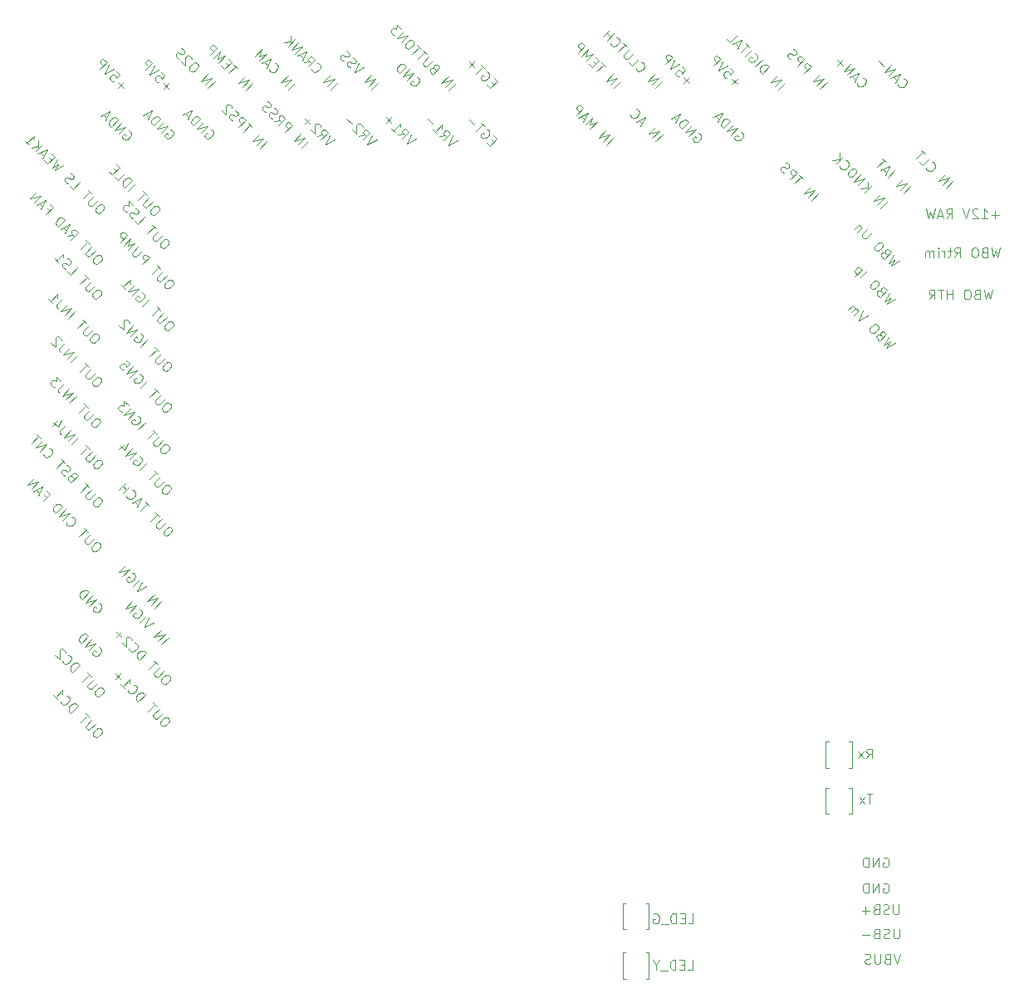
<source format=gbo>
G04 #@! TF.GenerationSoftware,KiCad,Pcbnew,7.0.5*
G04 #@! TF.CreationDate,2024-01-29T23:54:35+03:00*
G04 #@! TF.ProjectId,uaefi-module,75616566-692d-46d6-9f64-756c652e6b69,rev?*
G04 #@! TF.SameCoordinates,PX55d4a80PY8f0d180*
G04 #@! TF.FileFunction,Legend,Bot*
G04 #@! TF.FilePolarity,Positive*
%FSLAX46Y46*%
G04 Gerber Fmt 4.6, Leading zero omitted, Abs format (unit mm)*
G04 Created by KiCad (PCBNEW 7.0.5) date 2024-01-29 23:54:35*
%MOMM*%
%LPD*%
G01*
G04 APERTURE LIST*
%ADD10C,0.100000*%
%ADD11C,0.120000*%
G04 APERTURE END LIST*
D10*
G04 #@! TO.C,BRD1*
X7887745Y58144229D02*
X7753058Y58278916D01*
X7753058Y58278916D02*
X7652043Y58312588D01*
X7652043Y58312588D02*
X7517356Y58312588D01*
X7517356Y58312588D02*
X7348997Y58211573D01*
X7348997Y58211573D02*
X7113295Y57975870D01*
X7113295Y57975870D02*
X7012279Y57807512D01*
X7012279Y57807512D02*
X7012279Y57672825D01*
X7012279Y57672825D02*
X7045951Y57571809D01*
X7045951Y57571809D02*
X7180638Y57437122D01*
X7180638Y57437122D02*
X7281653Y57403451D01*
X7281653Y57403451D02*
X7416341Y57403451D01*
X7416341Y57403451D02*
X7584699Y57504466D01*
X7584699Y57504466D02*
X7820402Y57740168D01*
X7820402Y57740168D02*
X7921417Y57908527D01*
X7921417Y57908527D02*
X7921417Y58043214D01*
X7921417Y58043214D02*
X7887745Y58144229D01*
X7281654Y58750321D02*
X6709234Y58177901D01*
X6709234Y58177901D02*
X6608219Y58144229D01*
X6608219Y58144229D02*
X6540875Y58144229D01*
X6540875Y58144229D02*
X6439860Y58177901D01*
X6439860Y58177901D02*
X6305173Y58312588D01*
X6305173Y58312588D02*
X6271501Y58413603D01*
X6271501Y58413603D02*
X6271501Y58480947D01*
X6271501Y58480947D02*
X6305173Y58581962D01*
X6305173Y58581962D02*
X6877593Y59154382D01*
X6641890Y59390084D02*
X6237829Y59794145D01*
X5732753Y58885008D02*
X6439860Y59592114D01*
X4756272Y59861489D02*
X5463379Y60568596D01*
X4419555Y60198206D02*
X5126661Y60905313D01*
X5126661Y60905313D02*
X4015494Y60602267D01*
X4015494Y60602267D02*
X4722600Y61309374D01*
X4183852Y61848122D02*
X3678776Y61343046D01*
X3678776Y61343046D02*
X3611433Y61208359D01*
X3611433Y61208359D02*
X3611433Y61073672D01*
X3611433Y61073672D02*
X3678776Y60938985D01*
X3678776Y60938985D02*
X3746120Y60871641D01*
X3914478Y62117496D02*
X3476746Y62555229D01*
X3476746Y62555229D02*
X3443074Y62050152D01*
X3443074Y62050152D02*
X3342059Y62151168D01*
X3342059Y62151168D02*
X3241043Y62184839D01*
X3241043Y62184839D02*
X3173700Y62184839D01*
X3173700Y62184839D02*
X3072684Y62151168D01*
X3072684Y62151168D02*
X2904326Y61982809D01*
X2904326Y61982809D02*
X2870654Y61881794D01*
X2870654Y61881794D02*
X2870654Y61814450D01*
X2870654Y61814450D02*
X2904326Y61713435D01*
X2904326Y61713435D02*
X3106356Y61511404D01*
X3106356Y61511404D02*
X3207372Y61477733D01*
X3207372Y61477733D02*
X3274715Y61477733D01*
X8067754Y26546886D02*
X7933067Y26681573D01*
X7933067Y26681573D02*
X7832052Y26715245D01*
X7832052Y26715245D02*
X7697365Y26715245D01*
X7697365Y26715245D02*
X7529006Y26614230D01*
X7529006Y26614230D02*
X7293304Y26378527D01*
X7293304Y26378527D02*
X7192288Y26210169D01*
X7192288Y26210169D02*
X7192288Y26075482D01*
X7192288Y26075482D02*
X7225960Y25974466D01*
X7225960Y25974466D02*
X7360647Y25839779D01*
X7360647Y25839779D02*
X7461662Y25806108D01*
X7461662Y25806108D02*
X7596350Y25806108D01*
X7596350Y25806108D02*
X7764708Y25907123D01*
X7764708Y25907123D02*
X8000411Y26142825D01*
X8000411Y26142825D02*
X8101426Y26311184D01*
X8101426Y26311184D02*
X8101426Y26445871D01*
X8101426Y26445871D02*
X8067754Y26546886D01*
X7461663Y27152978D02*
X6889243Y26580558D01*
X6889243Y26580558D02*
X6788228Y26546886D01*
X6788228Y26546886D02*
X6720884Y26546886D01*
X6720884Y26546886D02*
X6619869Y26580558D01*
X6619869Y26580558D02*
X6485182Y26715245D01*
X6485182Y26715245D02*
X6451510Y26816260D01*
X6451510Y26816260D02*
X6451510Y26883604D01*
X6451510Y26883604D02*
X6485182Y26984619D01*
X6485182Y26984619D02*
X7057602Y27557039D01*
X6821899Y27792741D02*
X6417838Y28196802D01*
X5912762Y27287665D02*
X6619869Y27994771D01*
X4936281Y28264146D02*
X5643388Y28971253D01*
X5643388Y28971253D02*
X5475029Y29139611D01*
X5475029Y29139611D02*
X5340342Y29206955D01*
X5340342Y29206955D02*
X5205655Y29206955D01*
X5205655Y29206955D02*
X5104640Y29173283D01*
X5104640Y29173283D02*
X4936281Y29072268D01*
X4936281Y29072268D02*
X4835266Y28971253D01*
X4835266Y28971253D02*
X4734250Y28802894D01*
X4734250Y28802894D02*
X4700579Y28701879D01*
X4700579Y28701879D02*
X4700579Y28567192D01*
X4700579Y28567192D02*
X4767922Y28432505D01*
X4767922Y28432505D02*
X4936281Y28264146D01*
X3892457Y29442657D02*
X3892457Y29375314D01*
X3892457Y29375314D02*
X3959800Y29240627D01*
X3959800Y29240627D02*
X4027144Y29173283D01*
X4027144Y29173283D02*
X4161831Y29105940D01*
X4161831Y29105940D02*
X4296518Y29105940D01*
X4296518Y29105940D02*
X4397533Y29139611D01*
X4397533Y29139611D02*
X4565892Y29240627D01*
X4565892Y29240627D02*
X4666907Y29341642D01*
X4666907Y29341642D02*
X4767922Y29510001D01*
X4767922Y29510001D02*
X4801594Y29611016D01*
X4801594Y29611016D02*
X4801594Y29745703D01*
X4801594Y29745703D02*
X4734250Y29880390D01*
X4734250Y29880390D02*
X4666907Y29947733D01*
X4666907Y29947733D02*
X4532220Y30015077D01*
X4532220Y30015077D02*
X4464876Y30015077D01*
X3151678Y30048749D02*
X3555739Y29644688D01*
X3353709Y29846718D02*
X4060815Y30553825D01*
X4060815Y30553825D02*
X4027144Y30385466D01*
X4027144Y30385466D02*
X4027144Y30250779D01*
X4027144Y30250779D02*
X4060815Y30149764D01*
X22735334Y91745092D02*
X23442441Y92452199D01*
X22398617Y92081810D02*
X23105724Y92788916D01*
X23105724Y92788916D02*
X21994556Y92485871D01*
X21994556Y92485871D02*
X22701663Y93192977D01*
X21927212Y93967428D02*
X21523151Y94371489D01*
X21018075Y93462352D02*
X21725182Y94169458D01*
X20950731Y94270474D02*
X20715029Y94506176D01*
X20243625Y94236802D02*
X20580342Y93900085D01*
X20580342Y93900085D02*
X21287449Y94607191D01*
X21287449Y94607191D02*
X20950731Y94943909D01*
X19940579Y94539848D02*
X20647686Y95246955D01*
X20647686Y95246955D02*
X19906907Y94977581D01*
X19906907Y94977581D02*
X20176281Y95718359D01*
X20176281Y95718359D02*
X19469174Y95011252D01*
X19132457Y95347970D02*
X19839564Y96055077D01*
X19839564Y96055077D02*
X19570190Y96324451D01*
X19570190Y96324451D02*
X19469174Y96358122D01*
X19469174Y96358122D02*
X19401831Y96358122D01*
X19401831Y96358122D02*
X19300816Y96324451D01*
X19300816Y96324451D02*
X19199800Y96223435D01*
X19199800Y96223435D02*
X19166129Y96122420D01*
X19166129Y96122420D02*
X19166129Y96055077D01*
X19166129Y96055077D02*
X19199800Y95954061D01*
X19199800Y95954061D02*
X19469174Y95684687D01*
X15072147Y51329286D02*
X14937460Y51463973D01*
X14937460Y51463973D02*
X14836445Y51497645D01*
X14836445Y51497645D02*
X14701758Y51497645D01*
X14701758Y51497645D02*
X14533399Y51396630D01*
X14533399Y51396630D02*
X14297697Y51160927D01*
X14297697Y51160927D02*
X14196681Y50992569D01*
X14196681Y50992569D02*
X14196681Y50857882D01*
X14196681Y50857882D02*
X14230353Y50756866D01*
X14230353Y50756866D02*
X14365040Y50622179D01*
X14365040Y50622179D02*
X14466055Y50588508D01*
X14466055Y50588508D02*
X14600743Y50588508D01*
X14600743Y50588508D02*
X14769101Y50689523D01*
X14769101Y50689523D02*
X15004804Y50925225D01*
X15004804Y50925225D02*
X15105819Y51093584D01*
X15105819Y51093584D02*
X15105819Y51228271D01*
X15105819Y51228271D02*
X15072147Y51329286D01*
X14466056Y51935378D02*
X13893636Y51362958D01*
X13893636Y51362958D02*
X13792621Y51329286D01*
X13792621Y51329286D02*
X13725277Y51329286D01*
X13725277Y51329286D02*
X13624262Y51362958D01*
X13624262Y51362958D02*
X13489575Y51497645D01*
X13489575Y51497645D02*
X13455903Y51598660D01*
X13455903Y51598660D02*
X13455903Y51666004D01*
X13455903Y51666004D02*
X13489575Y51767019D01*
X13489575Y51767019D02*
X14061995Y52339439D01*
X13826292Y52575141D02*
X13422231Y52979202D01*
X12917155Y52070065D02*
X13624262Y52777171D01*
X11940674Y53046546D02*
X12647781Y53753653D01*
X11907002Y54427087D02*
X12008018Y54393416D01*
X12008018Y54393416D02*
X12109033Y54292400D01*
X12109033Y54292400D02*
X12176376Y54157713D01*
X12176376Y54157713D02*
X12176376Y54023026D01*
X12176376Y54023026D02*
X12142705Y53922011D01*
X12142705Y53922011D02*
X12041689Y53753652D01*
X12041689Y53753652D02*
X11940674Y53652637D01*
X11940674Y53652637D02*
X11772315Y53551622D01*
X11772315Y53551622D02*
X11671300Y53517950D01*
X11671300Y53517950D02*
X11536613Y53517950D01*
X11536613Y53517950D02*
X11401926Y53585294D01*
X11401926Y53585294D02*
X11334583Y53652637D01*
X11334583Y53652637D02*
X11267239Y53787324D01*
X11267239Y53787324D02*
X11267239Y53854668D01*
X11267239Y53854668D02*
X11502941Y54090370D01*
X11502941Y54090370D02*
X11637628Y53955683D01*
X10896850Y54090370D02*
X11603957Y54797477D01*
X11603957Y54797477D02*
X10492789Y54494431D01*
X10492789Y54494431D02*
X11199896Y55201538D01*
X10324430Y55605599D02*
X9853026Y55134194D01*
X10762163Y55706614D02*
X10425445Y55033179D01*
X10425445Y55033179D02*
X9987713Y55470912D01*
X19177162Y87751681D02*
X19278177Y87718009D01*
X19278177Y87718009D02*
X19379193Y87616994D01*
X19379193Y87616994D02*
X19446536Y87482307D01*
X19446536Y87482307D02*
X19446536Y87347620D01*
X19446536Y87347620D02*
X19412864Y87246604D01*
X19412864Y87246604D02*
X19311849Y87078246D01*
X19311849Y87078246D02*
X19210834Y86977230D01*
X19210834Y86977230D02*
X19042475Y86876215D01*
X19042475Y86876215D02*
X18941460Y86842543D01*
X18941460Y86842543D02*
X18806773Y86842543D01*
X18806773Y86842543D02*
X18672086Y86909887D01*
X18672086Y86909887D02*
X18604742Y86977230D01*
X18604742Y86977230D02*
X18537399Y87111917D01*
X18537399Y87111917D02*
X18537399Y87179261D01*
X18537399Y87179261D02*
X18773101Y87414963D01*
X18773101Y87414963D02*
X18907788Y87280276D01*
X18167009Y87414963D02*
X18874116Y88122070D01*
X18874116Y88122070D02*
X17762948Y87819024D01*
X17762948Y87819024D02*
X18470055Y88526131D01*
X17426231Y88155742D02*
X18133338Y88862849D01*
X18133338Y88862849D02*
X17964979Y89031207D01*
X17964979Y89031207D02*
X17830292Y89098551D01*
X17830292Y89098551D02*
X17695605Y89098551D01*
X17695605Y89098551D02*
X17594590Y89064879D01*
X17594590Y89064879D02*
X17426231Y88963864D01*
X17426231Y88963864D02*
X17325216Y88862849D01*
X17325216Y88862849D02*
X17224200Y88694490D01*
X17224200Y88694490D02*
X17190529Y88593475D01*
X17190529Y88593475D02*
X17190529Y88458788D01*
X17190529Y88458788D02*
X17257872Y88324100D01*
X17257872Y88324100D02*
X17426231Y88155742D01*
X16954826Y89031207D02*
X16618109Y89367925D01*
X16820139Y88761833D02*
X17291544Y89704642D01*
X17291544Y89704642D02*
X16348735Y89233238D01*
X10804311Y87627864D02*
X10905326Y87594192D01*
X10905326Y87594192D02*
X11006342Y87493177D01*
X11006342Y87493177D02*
X11073685Y87358490D01*
X11073685Y87358490D02*
X11073685Y87223803D01*
X11073685Y87223803D02*
X11040013Y87122787D01*
X11040013Y87122787D02*
X10938998Y86954429D01*
X10938998Y86954429D02*
X10837983Y86853413D01*
X10837983Y86853413D02*
X10669624Y86752398D01*
X10669624Y86752398D02*
X10568609Y86718726D01*
X10568609Y86718726D02*
X10433922Y86718726D01*
X10433922Y86718726D02*
X10299235Y86786070D01*
X10299235Y86786070D02*
X10231891Y86853413D01*
X10231891Y86853413D02*
X10164548Y86988100D01*
X10164548Y86988100D02*
X10164548Y87055444D01*
X10164548Y87055444D02*
X10400250Y87291146D01*
X10400250Y87291146D02*
X10534937Y87156459D01*
X9794158Y87291146D02*
X10501265Y87998253D01*
X10501265Y87998253D02*
X9390097Y87695207D01*
X9390097Y87695207D02*
X10097204Y88402314D01*
X9053380Y88031925D02*
X9760487Y88739032D01*
X9760487Y88739032D02*
X9592128Y88907390D01*
X9592128Y88907390D02*
X9457441Y88974734D01*
X9457441Y88974734D02*
X9322754Y88974734D01*
X9322754Y88974734D02*
X9221739Y88941062D01*
X9221739Y88941062D02*
X9053380Y88840047D01*
X9053380Y88840047D02*
X8952365Y88739032D01*
X8952365Y88739032D02*
X8851349Y88570673D01*
X8851349Y88570673D02*
X8817678Y88469658D01*
X8817678Y88469658D02*
X8817678Y88334971D01*
X8817678Y88334971D02*
X8885021Y88200283D01*
X8885021Y88200283D02*
X9053380Y88031925D01*
X8581975Y88907390D02*
X8245258Y89244108D01*
X8447288Y88638016D02*
X8918693Y89580825D01*
X8918693Y89580825D02*
X7975884Y89109421D01*
X35590481Y91847527D02*
X36297588Y92554634D01*
X35253764Y92184245D02*
X35960871Y92891351D01*
X35960871Y92891351D02*
X34849703Y92588306D01*
X34849703Y92588306D02*
X35556810Y93295412D01*
X34782359Y94069863D02*
X33839550Y93598458D01*
X33839550Y93598458D02*
X34310955Y94541267D01*
X33435489Y94069863D02*
X33300802Y94137206D01*
X33300802Y94137206D02*
X33132443Y94305565D01*
X33132443Y94305565D02*
X33098772Y94406580D01*
X33098772Y94406580D02*
X33098772Y94473924D01*
X33098772Y94473924D02*
X33132443Y94574939D01*
X33132443Y94574939D02*
X33199787Y94642283D01*
X33199787Y94642283D02*
X33300802Y94675954D01*
X33300802Y94675954D02*
X33368146Y94675954D01*
X33368146Y94675954D02*
X33469161Y94642283D01*
X33469161Y94642283D02*
X33637520Y94541267D01*
X33637520Y94541267D02*
X33738535Y94507596D01*
X33738535Y94507596D02*
X33805879Y94507596D01*
X33805879Y94507596D02*
X33906894Y94541267D01*
X33906894Y94541267D02*
X33974237Y94608611D01*
X33974237Y94608611D02*
X34007909Y94709626D01*
X34007909Y94709626D02*
X34007909Y94776970D01*
X34007909Y94776970D02*
X33974237Y94877985D01*
X33974237Y94877985D02*
X33805879Y95046344D01*
X33805879Y95046344D02*
X33671192Y95113687D01*
X32762054Y94743298D02*
X32627367Y94810642D01*
X32627367Y94810642D02*
X32459008Y94979000D01*
X32459008Y94979000D02*
X32425337Y95080016D01*
X32425337Y95080016D02*
X32425337Y95147359D01*
X32425337Y95147359D02*
X32459008Y95248374D01*
X32459008Y95248374D02*
X32526352Y95315718D01*
X32526352Y95315718D02*
X32627367Y95349390D01*
X32627367Y95349390D02*
X32694711Y95349390D01*
X32694711Y95349390D02*
X32795726Y95315718D01*
X32795726Y95315718D02*
X32964085Y95214703D01*
X32964085Y95214703D02*
X33065100Y95181031D01*
X33065100Y95181031D02*
X33132443Y95181031D01*
X33132443Y95181031D02*
X33233459Y95214703D01*
X33233459Y95214703D02*
X33300802Y95282046D01*
X33300802Y95282046D02*
X33334474Y95383061D01*
X33334474Y95383061D02*
X33334474Y95450405D01*
X33334474Y95450405D02*
X33300802Y95551420D01*
X33300802Y95551420D02*
X33132443Y95719779D01*
X33132443Y95719779D02*
X32997756Y95787122D01*
X10304708Y92014466D02*
X9765960Y92553214D01*
X9765960Y92014466D02*
X10304708Y92553214D01*
X9530258Y93664382D02*
X9866976Y93327665D01*
X9866976Y93327665D02*
X9563930Y92957275D01*
X9563930Y92957275D02*
X9563930Y93024619D01*
X9563930Y93024619D02*
X9530258Y93125634D01*
X9530258Y93125634D02*
X9361899Y93293993D01*
X9361899Y93293993D02*
X9260884Y93327665D01*
X9260884Y93327665D02*
X9193541Y93327665D01*
X9193541Y93327665D02*
X9092525Y93293993D01*
X9092525Y93293993D02*
X8924167Y93125634D01*
X8924167Y93125634D02*
X8890495Y93024619D01*
X8890495Y93024619D02*
X8890495Y92957275D01*
X8890495Y92957275D02*
X8924167Y92856260D01*
X8924167Y92856260D02*
X9092525Y92687901D01*
X9092525Y92687901D02*
X9193541Y92654230D01*
X9193541Y92654230D02*
X9260884Y92654230D01*
X9294556Y93900084D02*
X8351747Y93428680D01*
X8351747Y93428680D02*
X8823151Y94371489D01*
X7880342Y93900085D02*
X8587449Y94607191D01*
X8587449Y94607191D02*
X8318075Y94876565D01*
X8318075Y94876565D02*
X8217060Y94910237D01*
X8217060Y94910237D02*
X8149716Y94910237D01*
X8149716Y94910237D02*
X8048701Y94876565D01*
X8048701Y94876565D02*
X7947686Y94775550D01*
X7947686Y94775550D02*
X7914014Y94674535D01*
X7914014Y94674535D02*
X7914014Y94607191D01*
X7914014Y94607191D02*
X7947686Y94506176D01*
X7947686Y94506176D02*
X8217060Y94236802D01*
X86635566Y20004285D02*
X86064138Y20004285D01*
X86349852Y19004285D02*
X86349852Y20004285D01*
X85826042Y19004285D02*
X85302233Y19670952D01*
X85826042Y19670952D02*
X85302233Y19004285D01*
X72871975Y92361056D02*
X72333227Y92899804D01*
X72333227Y92361056D02*
X72871975Y92899804D01*
X72097525Y94010972D02*
X72434243Y93674255D01*
X72434243Y93674255D02*
X72131197Y93303865D01*
X72131197Y93303865D02*
X72131197Y93371209D01*
X72131197Y93371209D02*
X72097525Y93472224D01*
X72097525Y93472224D02*
X71929166Y93640583D01*
X71929166Y93640583D02*
X71828151Y93674255D01*
X71828151Y93674255D02*
X71760808Y93674255D01*
X71760808Y93674255D02*
X71659792Y93640583D01*
X71659792Y93640583D02*
X71491434Y93472224D01*
X71491434Y93472224D02*
X71457762Y93371209D01*
X71457762Y93371209D02*
X71457762Y93303865D01*
X71457762Y93303865D02*
X71491434Y93202850D01*
X71491434Y93202850D02*
X71659792Y93034491D01*
X71659792Y93034491D02*
X71760808Y93000820D01*
X71760808Y93000820D02*
X71828151Y93000820D01*
X71861823Y94246674D02*
X70919014Y93775270D01*
X70919014Y93775270D02*
X71390418Y94718079D01*
X70447609Y94246675D02*
X71154716Y94953781D01*
X71154716Y94953781D02*
X70885342Y95223155D01*
X70885342Y95223155D02*
X70784327Y95256827D01*
X70784327Y95256827D02*
X70716983Y95256827D01*
X70716983Y95256827D02*
X70615968Y95223155D01*
X70615968Y95223155D02*
X70514953Y95122140D01*
X70514953Y95122140D02*
X70481281Y95021125D01*
X70481281Y95021125D02*
X70481281Y94953781D01*
X70481281Y94953781D02*
X70514953Y94852766D01*
X70514953Y94852766D02*
X70784327Y94583392D01*
X13896129Y79797878D02*
X13761442Y79932565D01*
X13761442Y79932565D02*
X13660427Y79966237D01*
X13660427Y79966237D02*
X13525740Y79966237D01*
X13525740Y79966237D02*
X13357381Y79865222D01*
X13357381Y79865222D02*
X13121679Y79629519D01*
X13121679Y79629519D02*
X13020663Y79461161D01*
X13020663Y79461161D02*
X13020663Y79326474D01*
X13020663Y79326474D02*
X13054335Y79225458D01*
X13054335Y79225458D02*
X13189022Y79090771D01*
X13189022Y79090771D02*
X13290037Y79057100D01*
X13290037Y79057100D02*
X13424725Y79057100D01*
X13424725Y79057100D02*
X13593083Y79158115D01*
X13593083Y79158115D02*
X13828786Y79393817D01*
X13828786Y79393817D02*
X13929801Y79562176D01*
X13929801Y79562176D02*
X13929801Y79696863D01*
X13929801Y79696863D02*
X13896129Y79797878D01*
X13290038Y80403970D02*
X12717618Y79831550D01*
X12717618Y79831550D02*
X12616603Y79797878D01*
X12616603Y79797878D02*
X12549259Y79797878D01*
X12549259Y79797878D02*
X12448244Y79831550D01*
X12448244Y79831550D02*
X12313557Y79966237D01*
X12313557Y79966237D02*
X12279885Y80067252D01*
X12279885Y80067252D02*
X12279885Y80134596D01*
X12279885Y80134596D02*
X12313557Y80235611D01*
X12313557Y80235611D02*
X12885977Y80808031D01*
X12650274Y81043733D02*
X12246213Y81447794D01*
X11741137Y80538657D02*
X12448244Y81245763D01*
X10764656Y81515138D02*
X11471763Y82222245D01*
X10427939Y81851855D02*
X11135045Y82558962D01*
X11135045Y82558962D02*
X10966687Y82727321D01*
X10966687Y82727321D02*
X10832000Y82794664D01*
X10832000Y82794664D02*
X10697313Y82794664D01*
X10697313Y82794664D02*
X10596297Y82760992D01*
X10596297Y82760992D02*
X10427939Y82659977D01*
X10427939Y82659977D02*
X10326923Y82558962D01*
X10326923Y82558962D02*
X10225908Y82390603D01*
X10225908Y82390603D02*
X10192236Y82289588D01*
X10192236Y82289588D02*
X10192236Y82154901D01*
X10192236Y82154901D02*
X10259580Y82020214D01*
X10259580Y82020214D02*
X10427939Y81851855D01*
X9384114Y82895679D02*
X9720832Y82558962D01*
X9720832Y82558962D02*
X10427939Y83266069D01*
X9518801Y83501771D02*
X9283099Y83737473D01*
X8811694Y83468099D02*
X9148412Y83131382D01*
X9148412Y83131382D02*
X9855519Y83838488D01*
X9855519Y83838488D02*
X9518801Y84175206D01*
X28401603Y85852570D02*
X29108710Y86559677D01*
X28064886Y86189288D02*
X28771993Y86896394D01*
X28771993Y86896394D02*
X27660825Y86593349D01*
X27660825Y86593349D02*
X28367932Y87300455D01*
X26785359Y87468814D02*
X27492466Y88175921D01*
X27492466Y88175921D02*
X27223092Y88445295D01*
X27223092Y88445295D02*
X27122077Y88478967D01*
X27122077Y88478967D02*
X27054733Y88478967D01*
X27054733Y88478967D02*
X26953718Y88445295D01*
X26953718Y88445295D02*
X26852703Y88344280D01*
X26852703Y88344280D02*
X26819031Y88243265D01*
X26819031Y88243265D02*
X26819031Y88175921D01*
X26819031Y88175921D02*
X26852703Y88074906D01*
X26852703Y88074906D02*
X27122077Y87805532D01*
X25674192Y88579982D02*
X26246611Y88680997D01*
X26078253Y88175921D02*
X26785359Y88883028D01*
X26785359Y88883028D02*
X26515985Y89152402D01*
X26515985Y89152402D02*
X26414970Y89186074D01*
X26414970Y89186074D02*
X26347627Y89186074D01*
X26347627Y89186074D02*
X26246611Y89152402D01*
X26246611Y89152402D02*
X26145596Y89051387D01*
X26145596Y89051387D02*
X26111924Y88950371D01*
X26111924Y88950371D02*
X26111924Y88883028D01*
X26111924Y88883028D02*
X26145596Y88782013D01*
X26145596Y88782013D02*
X26414970Y88512639D01*
X25438489Y88883028D02*
X25303802Y88950371D01*
X25303802Y88950371D02*
X25135444Y89118730D01*
X25135444Y89118730D02*
X25101772Y89219745D01*
X25101772Y89219745D02*
X25101772Y89287089D01*
X25101772Y89287089D02*
X25135444Y89388104D01*
X25135444Y89388104D02*
X25202787Y89455448D01*
X25202787Y89455448D02*
X25303802Y89489119D01*
X25303802Y89489119D02*
X25371146Y89489119D01*
X25371146Y89489119D02*
X25472161Y89455448D01*
X25472161Y89455448D02*
X25640520Y89354432D01*
X25640520Y89354432D02*
X25741535Y89320761D01*
X25741535Y89320761D02*
X25808879Y89320761D01*
X25808879Y89320761D02*
X25909894Y89354432D01*
X25909894Y89354432D02*
X25977237Y89421776D01*
X25977237Y89421776D02*
X26010909Y89522791D01*
X26010909Y89522791D02*
X26010909Y89590135D01*
X26010909Y89590135D02*
X25977237Y89691150D01*
X25977237Y89691150D02*
X25808879Y89859509D01*
X25808879Y89859509D02*
X25674192Y89926852D01*
X24765054Y89556463D02*
X24630367Y89623806D01*
X24630367Y89623806D02*
X24462008Y89792165D01*
X24462008Y89792165D02*
X24428337Y89893180D01*
X24428337Y89893180D02*
X24428337Y89960524D01*
X24428337Y89960524D02*
X24462008Y90061539D01*
X24462008Y90061539D02*
X24529352Y90128883D01*
X24529352Y90128883D02*
X24630367Y90162554D01*
X24630367Y90162554D02*
X24697711Y90162554D01*
X24697711Y90162554D02*
X24798726Y90128883D01*
X24798726Y90128883D02*
X24967085Y90027867D01*
X24967085Y90027867D02*
X25068100Y89994196D01*
X25068100Y89994196D02*
X25135444Y89994196D01*
X25135444Y89994196D02*
X25236459Y90027867D01*
X25236459Y90027867D02*
X25303802Y90095211D01*
X25303802Y90095211D02*
X25337474Y90196226D01*
X25337474Y90196226D02*
X25337474Y90263570D01*
X25337474Y90263570D02*
X25303802Y90364585D01*
X25303802Y90364585D02*
X25135444Y90532944D01*
X25135444Y90532944D02*
X25000757Y90600287D01*
X44335729Y86645756D02*
X43392920Y86174351D01*
X43392920Y86174351D02*
X43864325Y87117161D01*
X42517455Y87049817D02*
X43089874Y87150832D01*
X42921516Y86645756D02*
X43628622Y87352863D01*
X43628622Y87352863D02*
X43359248Y87622237D01*
X43359248Y87622237D02*
X43258233Y87655909D01*
X43258233Y87655909D02*
X43190890Y87655909D01*
X43190890Y87655909D02*
X43089874Y87622237D01*
X43089874Y87622237D02*
X42988859Y87521222D01*
X42988859Y87521222D02*
X42955187Y87420206D01*
X42955187Y87420206D02*
X42955187Y87352863D01*
X42955187Y87352863D02*
X42988859Y87251848D01*
X42988859Y87251848D02*
X43258233Y86982474D01*
X41844020Y87723252D02*
X42248081Y87319191D01*
X42046050Y87521222D02*
X42753157Y88228328D01*
X42753157Y88228328D02*
X42719485Y88059970D01*
X42719485Y88059970D02*
X42719485Y87925283D01*
X42719485Y87925283D02*
X42753157Y87824267D01*
X41810348Y88295672D02*
X41271600Y88834420D01*
X15120257Y59700397D02*
X14985570Y59835084D01*
X14985570Y59835084D02*
X14884555Y59868756D01*
X14884555Y59868756D02*
X14749868Y59868756D01*
X14749868Y59868756D02*
X14581509Y59767741D01*
X14581509Y59767741D02*
X14345807Y59532038D01*
X14345807Y59532038D02*
X14244791Y59363680D01*
X14244791Y59363680D02*
X14244791Y59228993D01*
X14244791Y59228993D02*
X14278463Y59127977D01*
X14278463Y59127977D02*
X14413150Y58993290D01*
X14413150Y58993290D02*
X14514165Y58959619D01*
X14514165Y58959619D02*
X14648853Y58959619D01*
X14648853Y58959619D02*
X14817211Y59060634D01*
X14817211Y59060634D02*
X15052914Y59296336D01*
X15052914Y59296336D02*
X15153929Y59464695D01*
X15153929Y59464695D02*
X15153929Y59599382D01*
X15153929Y59599382D02*
X15120257Y59700397D01*
X14514166Y60306489D02*
X13941746Y59734069D01*
X13941746Y59734069D02*
X13840731Y59700397D01*
X13840731Y59700397D02*
X13773387Y59700397D01*
X13773387Y59700397D02*
X13672372Y59734069D01*
X13672372Y59734069D02*
X13537685Y59868756D01*
X13537685Y59868756D02*
X13504013Y59969771D01*
X13504013Y59969771D02*
X13504013Y60037115D01*
X13504013Y60037115D02*
X13537685Y60138130D01*
X13537685Y60138130D02*
X14110105Y60710550D01*
X13874402Y60946252D02*
X13470341Y61350313D01*
X12965265Y60441176D02*
X13672372Y61148282D01*
X11988784Y61417657D02*
X12695891Y62124764D01*
X11955112Y62798198D02*
X12056128Y62764527D01*
X12056128Y62764527D02*
X12157143Y62663511D01*
X12157143Y62663511D02*
X12224486Y62528824D01*
X12224486Y62528824D02*
X12224486Y62394137D01*
X12224486Y62394137D02*
X12190815Y62293122D01*
X12190815Y62293122D02*
X12089799Y62124763D01*
X12089799Y62124763D02*
X11988784Y62023748D01*
X11988784Y62023748D02*
X11820425Y61922733D01*
X11820425Y61922733D02*
X11719410Y61889061D01*
X11719410Y61889061D02*
X11584723Y61889061D01*
X11584723Y61889061D02*
X11450036Y61956405D01*
X11450036Y61956405D02*
X11382693Y62023748D01*
X11382693Y62023748D02*
X11315349Y62158435D01*
X11315349Y62158435D02*
X11315349Y62225779D01*
X11315349Y62225779D02*
X11551051Y62461481D01*
X11551051Y62461481D02*
X11685738Y62326794D01*
X10944960Y62461481D02*
X11652067Y63168588D01*
X11652067Y63168588D02*
X10540899Y62865542D01*
X10540899Y62865542D02*
X11248006Y63572649D01*
X10574571Y64246084D02*
X10911288Y63909366D01*
X10911288Y63909366D02*
X10608242Y63538977D01*
X10608242Y63538977D02*
X10608242Y63606320D01*
X10608242Y63606320D02*
X10574571Y63707336D01*
X10574571Y63707336D02*
X10406212Y63875694D01*
X10406212Y63875694D02*
X10305197Y63909366D01*
X10305197Y63909366D02*
X10237853Y63909366D01*
X10237853Y63909366D02*
X10136838Y63875694D01*
X10136838Y63875694D02*
X9968479Y63707336D01*
X9968479Y63707336D02*
X9934807Y63606320D01*
X9934807Y63606320D02*
X9934807Y63538977D01*
X9934807Y63538977D02*
X9968479Y63437962D01*
X9968479Y63437962D02*
X10136838Y63269603D01*
X10136838Y63269603D02*
X10237853Y63235931D01*
X10237853Y63235931D02*
X10305197Y63235931D01*
X15136293Y63871909D02*
X15001606Y64006596D01*
X15001606Y64006596D02*
X14900591Y64040268D01*
X14900591Y64040268D02*
X14765904Y64040268D01*
X14765904Y64040268D02*
X14597545Y63939253D01*
X14597545Y63939253D02*
X14361843Y63703550D01*
X14361843Y63703550D02*
X14260827Y63535192D01*
X14260827Y63535192D02*
X14260827Y63400505D01*
X14260827Y63400505D02*
X14294499Y63299489D01*
X14294499Y63299489D02*
X14429186Y63164802D01*
X14429186Y63164802D02*
X14530201Y63131131D01*
X14530201Y63131131D02*
X14664889Y63131131D01*
X14664889Y63131131D02*
X14833247Y63232146D01*
X14833247Y63232146D02*
X15068950Y63467848D01*
X15068950Y63467848D02*
X15169965Y63636207D01*
X15169965Y63636207D02*
X15169965Y63770894D01*
X15169965Y63770894D02*
X15136293Y63871909D01*
X14530202Y64478001D02*
X13957782Y63905581D01*
X13957782Y63905581D02*
X13856767Y63871909D01*
X13856767Y63871909D02*
X13789423Y63871909D01*
X13789423Y63871909D02*
X13688408Y63905581D01*
X13688408Y63905581D02*
X13553721Y64040268D01*
X13553721Y64040268D02*
X13520049Y64141283D01*
X13520049Y64141283D02*
X13520049Y64208627D01*
X13520049Y64208627D02*
X13553721Y64309642D01*
X13553721Y64309642D02*
X14126141Y64882062D01*
X13890438Y65117764D02*
X13486377Y65521825D01*
X12981301Y64612688D02*
X13688408Y65319794D01*
X12004820Y65589169D02*
X12711927Y66296276D01*
X11971148Y66969710D02*
X12072164Y66936039D01*
X12072164Y66936039D02*
X12173179Y66835023D01*
X12173179Y66835023D02*
X12240522Y66700336D01*
X12240522Y66700336D02*
X12240522Y66565649D01*
X12240522Y66565649D02*
X12206851Y66464634D01*
X12206851Y66464634D02*
X12105835Y66296275D01*
X12105835Y66296275D02*
X12004820Y66195260D01*
X12004820Y66195260D02*
X11836461Y66094245D01*
X11836461Y66094245D02*
X11735446Y66060573D01*
X11735446Y66060573D02*
X11600759Y66060573D01*
X11600759Y66060573D02*
X11466072Y66127917D01*
X11466072Y66127917D02*
X11398729Y66195260D01*
X11398729Y66195260D02*
X11331385Y66329947D01*
X11331385Y66329947D02*
X11331385Y66397291D01*
X11331385Y66397291D02*
X11567087Y66632993D01*
X11567087Y66632993D02*
X11701774Y66498306D01*
X10960996Y66632993D02*
X11668103Y67340100D01*
X11668103Y67340100D02*
X10556935Y67037054D01*
X10556935Y67037054D02*
X11264042Y67744161D01*
X10893652Y67979863D02*
X10893652Y68047206D01*
X10893652Y68047206D02*
X10859981Y68148222D01*
X10859981Y68148222D02*
X10691622Y68316580D01*
X10691622Y68316580D02*
X10590607Y68350252D01*
X10590607Y68350252D02*
X10523263Y68350252D01*
X10523263Y68350252D02*
X10422248Y68316580D01*
X10422248Y68316580D02*
X10354904Y68249237D01*
X10354904Y68249237D02*
X10287561Y68114550D01*
X10287561Y68114550D02*
X10287561Y67306428D01*
X10287561Y67306428D02*
X9849828Y67744161D01*
X87751573Y13478872D02*
X87846811Y13526491D01*
X87846811Y13526491D02*
X87989668Y13526491D01*
X87989668Y13526491D02*
X88132525Y13478872D01*
X88132525Y13478872D02*
X88227763Y13383634D01*
X88227763Y13383634D02*
X88275382Y13288396D01*
X88275382Y13288396D02*
X88323001Y13097920D01*
X88323001Y13097920D02*
X88323001Y12955063D01*
X88323001Y12955063D02*
X88275382Y12764587D01*
X88275382Y12764587D02*
X88227763Y12669349D01*
X88227763Y12669349D02*
X88132525Y12574110D01*
X88132525Y12574110D02*
X87989668Y12526491D01*
X87989668Y12526491D02*
X87894430Y12526491D01*
X87894430Y12526491D02*
X87751573Y12574110D01*
X87751573Y12574110D02*
X87703954Y12621730D01*
X87703954Y12621730D02*
X87703954Y12955063D01*
X87703954Y12955063D02*
X87894430Y12955063D01*
X87275382Y12526491D02*
X87275382Y13526491D01*
X87275382Y13526491D02*
X86703954Y12526491D01*
X86703954Y12526491D02*
X86703954Y13526491D01*
X86227763Y12526491D02*
X86227763Y13526491D01*
X86227763Y13526491D02*
X85989668Y13526491D01*
X85989668Y13526491D02*
X85846811Y13478872D01*
X85846811Y13478872D02*
X85751573Y13383634D01*
X85751573Y13383634D02*
X85703954Y13288396D01*
X85703954Y13288396D02*
X85656335Y13097920D01*
X85656335Y13097920D02*
X85656335Y12955063D01*
X85656335Y12955063D02*
X85703954Y12764587D01*
X85703954Y12764587D02*
X85751573Y12669349D01*
X85751573Y12669349D02*
X85846811Y12574110D01*
X85846811Y12574110D02*
X85989668Y12526491D01*
X85989668Y12526491D02*
X86227763Y12526491D01*
X14879708Y76394510D02*
X14745021Y76529197D01*
X14745021Y76529197D02*
X14644006Y76562869D01*
X14644006Y76562869D02*
X14509319Y76562869D01*
X14509319Y76562869D02*
X14340960Y76461854D01*
X14340960Y76461854D02*
X14105258Y76226151D01*
X14105258Y76226151D02*
X14004242Y76057793D01*
X14004242Y76057793D02*
X14004242Y75923106D01*
X14004242Y75923106D02*
X14037914Y75822090D01*
X14037914Y75822090D02*
X14172601Y75687403D01*
X14172601Y75687403D02*
X14273616Y75653732D01*
X14273616Y75653732D02*
X14408304Y75653732D01*
X14408304Y75653732D02*
X14576662Y75754747D01*
X14576662Y75754747D02*
X14812365Y75990449D01*
X14812365Y75990449D02*
X14913380Y76158808D01*
X14913380Y76158808D02*
X14913380Y76293495D01*
X14913380Y76293495D02*
X14879708Y76394510D01*
X14273617Y77000602D02*
X13701197Y76428182D01*
X13701197Y76428182D02*
X13600182Y76394510D01*
X13600182Y76394510D02*
X13532838Y76394510D01*
X13532838Y76394510D02*
X13431823Y76428182D01*
X13431823Y76428182D02*
X13297136Y76562869D01*
X13297136Y76562869D02*
X13263464Y76663884D01*
X13263464Y76663884D02*
X13263464Y76731228D01*
X13263464Y76731228D02*
X13297136Y76832243D01*
X13297136Y76832243D02*
X13869556Y77404663D01*
X13633853Y77640365D02*
X13229792Y78044426D01*
X12724716Y77135289D02*
X13431823Y77842395D01*
X11411517Y78448487D02*
X11748235Y78111770D01*
X11748235Y78111770D02*
X12455342Y78818877D01*
X11243158Y78684190D02*
X11108471Y78751533D01*
X11108471Y78751533D02*
X10940113Y78919892D01*
X10940113Y78919892D02*
X10906441Y79020907D01*
X10906441Y79020907D02*
X10906441Y79088251D01*
X10906441Y79088251D02*
X10940113Y79189266D01*
X10940113Y79189266D02*
X11007456Y79256610D01*
X11007456Y79256610D02*
X11108471Y79290281D01*
X11108471Y79290281D02*
X11175815Y79290281D01*
X11175815Y79290281D02*
X11276830Y79256610D01*
X11276830Y79256610D02*
X11445189Y79155594D01*
X11445189Y79155594D02*
X11546204Y79121923D01*
X11546204Y79121923D02*
X11613548Y79121923D01*
X11613548Y79121923D02*
X11714563Y79155594D01*
X11714563Y79155594D02*
X11781906Y79222938D01*
X11781906Y79222938D02*
X11815578Y79323953D01*
X11815578Y79323953D02*
X11815578Y79391297D01*
X11815578Y79391297D02*
X11781906Y79492312D01*
X11781906Y79492312D02*
X11613548Y79660671D01*
X11613548Y79660671D02*
X11478861Y79728014D01*
X11276830Y79997388D02*
X10839097Y80435121D01*
X10839097Y80435121D02*
X10805426Y79930045D01*
X10805426Y79930045D02*
X10704410Y80031060D01*
X10704410Y80031060D02*
X10603395Y80064732D01*
X10603395Y80064732D02*
X10536052Y80064732D01*
X10536052Y80064732D02*
X10435036Y80031060D01*
X10435036Y80031060D02*
X10266678Y79862701D01*
X10266678Y79862701D02*
X10233006Y79761686D01*
X10233006Y79761686D02*
X10233006Y79694342D01*
X10233006Y79694342D02*
X10266678Y79593327D01*
X10266678Y79593327D02*
X10468708Y79391297D01*
X10468708Y79391297D02*
X10569723Y79357625D01*
X10569723Y79357625D02*
X10637067Y79357625D01*
X89365872Y6245869D02*
X89365872Y5436346D01*
X89365872Y5436346D02*
X89318253Y5341108D01*
X89318253Y5341108D02*
X89270634Y5293488D01*
X89270634Y5293488D02*
X89175396Y5245869D01*
X89175396Y5245869D02*
X88984920Y5245869D01*
X88984920Y5245869D02*
X88889682Y5293488D01*
X88889682Y5293488D02*
X88842063Y5341108D01*
X88842063Y5341108D02*
X88794444Y5436346D01*
X88794444Y5436346D02*
X88794444Y6245869D01*
X88365872Y5293488D02*
X88223015Y5245869D01*
X88223015Y5245869D02*
X87984920Y5245869D01*
X87984920Y5245869D02*
X87889682Y5293488D01*
X87889682Y5293488D02*
X87842063Y5341108D01*
X87842063Y5341108D02*
X87794444Y5436346D01*
X87794444Y5436346D02*
X87794444Y5531584D01*
X87794444Y5531584D02*
X87842063Y5626822D01*
X87842063Y5626822D02*
X87889682Y5674441D01*
X87889682Y5674441D02*
X87984920Y5722060D01*
X87984920Y5722060D02*
X88175396Y5769679D01*
X88175396Y5769679D02*
X88270634Y5817298D01*
X88270634Y5817298D02*
X88318253Y5864917D01*
X88318253Y5864917D02*
X88365872Y5960155D01*
X88365872Y5960155D02*
X88365872Y6055393D01*
X88365872Y6055393D02*
X88318253Y6150631D01*
X88318253Y6150631D02*
X88270634Y6198250D01*
X88270634Y6198250D02*
X88175396Y6245869D01*
X88175396Y6245869D02*
X87937301Y6245869D01*
X87937301Y6245869D02*
X87794444Y6198250D01*
X87032539Y5769679D02*
X86889682Y5722060D01*
X86889682Y5722060D02*
X86842063Y5674441D01*
X86842063Y5674441D02*
X86794444Y5579203D01*
X86794444Y5579203D02*
X86794444Y5436346D01*
X86794444Y5436346D02*
X86842063Y5341108D01*
X86842063Y5341108D02*
X86889682Y5293488D01*
X86889682Y5293488D02*
X86984920Y5245869D01*
X86984920Y5245869D02*
X87365872Y5245869D01*
X87365872Y5245869D02*
X87365872Y6245869D01*
X87365872Y6245869D02*
X87032539Y6245869D01*
X87032539Y6245869D02*
X86937301Y6198250D01*
X86937301Y6198250D02*
X86889682Y6150631D01*
X86889682Y6150631D02*
X86842063Y6055393D01*
X86842063Y6055393D02*
X86842063Y5960155D01*
X86842063Y5960155D02*
X86889682Y5864917D01*
X86889682Y5864917D02*
X86937301Y5817298D01*
X86937301Y5817298D02*
X87032539Y5769679D01*
X87032539Y5769679D02*
X87365872Y5769679D01*
X86365872Y5626822D02*
X85603968Y5626822D01*
X89424101Y74383949D02*
X88548635Y73845201D01*
X88548635Y73845201D02*
X88919024Y74484964D01*
X88919024Y74484964D02*
X88279261Y74114575D01*
X88279261Y74114575D02*
X88818009Y74990040D01*
X87976215Y75158399D02*
X87841528Y75225742D01*
X87841528Y75225742D02*
X87774185Y75225742D01*
X87774185Y75225742D02*
X87673170Y75192071D01*
X87673170Y75192071D02*
X87572154Y75091055D01*
X87572154Y75091055D02*
X87538483Y74990040D01*
X87538483Y74990040D02*
X87538483Y74922697D01*
X87538483Y74922697D02*
X87572154Y74821681D01*
X87572154Y74821681D02*
X87841528Y74552307D01*
X87841528Y74552307D02*
X88548635Y75259414D01*
X88548635Y75259414D02*
X88312933Y75495116D01*
X88312933Y75495116D02*
X88211918Y75528788D01*
X88211918Y75528788D02*
X88144574Y75528788D01*
X88144574Y75528788D02*
X88043559Y75495116D01*
X88043559Y75495116D02*
X87976215Y75427773D01*
X87976215Y75427773D02*
X87942544Y75326758D01*
X87942544Y75326758D02*
X87942544Y75259414D01*
X87942544Y75259414D02*
X87976215Y75158399D01*
X87976215Y75158399D02*
X88211918Y74922697D01*
X87706841Y76101208D02*
X87572154Y76235895D01*
X87572154Y76235895D02*
X87471139Y76269567D01*
X87471139Y76269567D02*
X87336452Y76269567D01*
X87336452Y76269567D02*
X87168093Y76168551D01*
X87168093Y76168551D02*
X86932391Y75932849D01*
X86932391Y75932849D02*
X86831376Y75764490D01*
X86831376Y75764490D02*
X86831376Y75629803D01*
X86831376Y75629803D02*
X86865048Y75528788D01*
X86865048Y75528788D02*
X86999735Y75394101D01*
X86999735Y75394101D02*
X87100750Y75360429D01*
X87100750Y75360429D02*
X87235437Y75360429D01*
X87235437Y75360429D02*
X87403796Y75461445D01*
X87403796Y75461445D02*
X87639498Y75697147D01*
X87639498Y75697147D02*
X87740513Y75865506D01*
X87740513Y75865506D02*
X87740513Y76000193D01*
X87740513Y76000193D02*
X87706841Y76101208D01*
X86562002Y77246048D02*
X85989582Y76673628D01*
X85989582Y76673628D02*
X85888567Y76639956D01*
X85888567Y76639956D02*
X85821223Y76639956D01*
X85821223Y76639956D02*
X85720208Y76673628D01*
X85720208Y76673628D02*
X85585521Y76808315D01*
X85585521Y76808315D02*
X85551849Y76909330D01*
X85551849Y76909330D02*
X85551849Y76976674D01*
X85551849Y76976674D02*
X85585521Y77077689D01*
X85585521Y77077689D02*
X86157941Y77650109D01*
X85585521Y77751124D02*
X85114116Y77279719D01*
X85518177Y77683780D02*
X85518177Y77751124D01*
X85518177Y77751124D02*
X85484506Y77852139D01*
X85484506Y77852139D02*
X85383490Y77953154D01*
X85383490Y77953154D02*
X85282475Y77986826D01*
X85282475Y77986826D02*
X85181460Y77953154D01*
X85181460Y77953154D02*
X84811071Y77582765D01*
X94099489Y81751673D02*
X94806596Y82458780D01*
X93762772Y82088391D02*
X94469879Y82795497D01*
X94469879Y82795497D02*
X93358711Y82492452D01*
X93358711Y82492452D02*
X94065818Y83199558D01*
X92146528Y83839322D02*
X92146528Y83771978D01*
X92146528Y83771978D02*
X92213871Y83637291D01*
X92213871Y83637291D02*
X92281215Y83569948D01*
X92281215Y83569948D02*
X92415902Y83502604D01*
X92415902Y83502604D02*
X92550589Y83502604D01*
X92550589Y83502604D02*
X92651604Y83536276D01*
X92651604Y83536276D02*
X92819963Y83637291D01*
X92819963Y83637291D02*
X92920978Y83738307D01*
X92920978Y83738307D02*
X93021993Y83906665D01*
X93021993Y83906665D02*
X93055665Y84007681D01*
X93055665Y84007681D02*
X93055665Y84142368D01*
X93055665Y84142368D02*
X92988322Y84277055D01*
X92988322Y84277055D02*
X92920978Y84344398D01*
X92920978Y84344398D02*
X92786291Y84411742D01*
X92786291Y84411742D02*
X92718948Y84411742D01*
X91439421Y84411742D02*
X91776139Y84075024D01*
X91776139Y84075024D02*
X92483245Y84782131D01*
X92011841Y85253536D02*
X91607780Y85657597D01*
X91102703Y84748459D02*
X91809810Y85455566D01*
X7759452Y66739853D02*
X7624765Y66874540D01*
X7624765Y66874540D02*
X7523750Y66908212D01*
X7523750Y66908212D02*
X7389063Y66908212D01*
X7389063Y66908212D02*
X7220704Y66807197D01*
X7220704Y66807197D02*
X6985002Y66571494D01*
X6985002Y66571494D02*
X6883986Y66403136D01*
X6883986Y66403136D02*
X6883986Y66268449D01*
X6883986Y66268449D02*
X6917658Y66167433D01*
X6917658Y66167433D02*
X7052345Y66032746D01*
X7052345Y66032746D02*
X7153360Y65999075D01*
X7153360Y65999075D02*
X7288048Y65999075D01*
X7288048Y65999075D02*
X7456406Y66100090D01*
X7456406Y66100090D02*
X7692109Y66335792D01*
X7692109Y66335792D02*
X7793124Y66504151D01*
X7793124Y66504151D02*
X7793124Y66638838D01*
X7793124Y66638838D02*
X7759452Y66739853D01*
X7153361Y67345945D02*
X6580941Y66773525D01*
X6580941Y66773525D02*
X6479926Y66739853D01*
X6479926Y66739853D02*
X6412582Y66739853D01*
X6412582Y66739853D02*
X6311567Y66773525D01*
X6311567Y66773525D02*
X6176880Y66908212D01*
X6176880Y66908212D02*
X6143208Y67009227D01*
X6143208Y67009227D02*
X6143208Y67076571D01*
X6143208Y67076571D02*
X6176880Y67177586D01*
X6176880Y67177586D02*
X6749300Y67750006D01*
X6513597Y67985708D02*
X6109536Y68389769D01*
X5604460Y67480632D02*
X6311567Y68187738D01*
X4627979Y68457113D02*
X5335086Y69164220D01*
X4291262Y68793830D02*
X4998368Y69500937D01*
X4998368Y69500937D02*
X3887201Y69197891D01*
X3887201Y69197891D02*
X4594307Y69904998D01*
X4055559Y70443746D02*
X3550483Y69938670D01*
X3550483Y69938670D02*
X3483140Y69803983D01*
X3483140Y69803983D02*
X3483140Y69669296D01*
X3483140Y69669296D02*
X3550483Y69534609D01*
X3550483Y69534609D02*
X3617827Y69467265D01*
X2641346Y70443746D02*
X3045407Y70039685D01*
X2843376Y70241715D02*
X3550483Y70948822D01*
X3550483Y70948822D02*
X3516811Y70780463D01*
X3516811Y70780463D02*
X3516811Y70645776D01*
X3516811Y70645776D02*
X3550483Y70544761D01*
X40102064Y86790085D02*
X39159255Y86318680D01*
X39159255Y86318680D02*
X39630660Y87261490D01*
X38283790Y87194146D02*
X38856209Y87295161D01*
X38687851Y86790085D02*
X39394957Y87497192D01*
X39394957Y87497192D02*
X39125583Y87766566D01*
X39125583Y87766566D02*
X39024568Y87800238D01*
X39024568Y87800238D02*
X38957225Y87800238D01*
X38957225Y87800238D02*
X38856209Y87766566D01*
X38856209Y87766566D02*
X38755194Y87665551D01*
X38755194Y87665551D02*
X38721522Y87564535D01*
X38721522Y87564535D02*
X38721522Y87497192D01*
X38721522Y87497192D02*
X38755194Y87396177D01*
X38755194Y87396177D02*
X39024568Y87126803D01*
X37610355Y87867581D02*
X38014416Y87463520D01*
X37812385Y87665551D02*
X38519492Y88372657D01*
X38519492Y88372657D02*
X38485820Y88204299D01*
X38485820Y88204299D02*
X38485820Y88069612D01*
X38485820Y88069612D02*
X38519492Y87968596D01*
X37576683Y88440001D02*
X37037935Y88978749D01*
X37037935Y88440001D02*
X37576683Y88978749D01*
X43440212Y91751307D02*
X44147319Y92458414D01*
X43103495Y92088025D02*
X43810602Y92795131D01*
X43810602Y92795131D02*
X42699434Y92492086D01*
X42699434Y92492086D02*
X43406541Y93199192D01*
X41958655Y93973643D02*
X41823968Y94040986D01*
X41823968Y94040986D02*
X41756625Y94040986D01*
X41756625Y94040986D02*
X41655610Y94007315D01*
X41655610Y94007315D02*
X41554594Y93906299D01*
X41554594Y93906299D02*
X41520923Y93805284D01*
X41520923Y93805284D02*
X41520923Y93737941D01*
X41520923Y93737941D02*
X41554594Y93636925D01*
X41554594Y93636925D02*
X41823968Y93367551D01*
X41823968Y93367551D02*
X42531075Y94074658D01*
X42531075Y94074658D02*
X42295373Y94310360D01*
X42295373Y94310360D02*
X42194358Y94344032D01*
X42194358Y94344032D02*
X42127014Y94344032D01*
X42127014Y94344032D02*
X42025999Y94310360D01*
X42025999Y94310360D02*
X41958655Y94243017D01*
X41958655Y94243017D02*
X41924984Y94142002D01*
X41924984Y94142002D02*
X41924984Y94074658D01*
X41924984Y94074658D02*
X41958655Y93973643D01*
X41958655Y93973643D02*
X42194358Y93737941D01*
X41823968Y94781765D02*
X41251549Y94209345D01*
X41251549Y94209345D02*
X41150533Y94175673D01*
X41150533Y94175673D02*
X41083190Y94175673D01*
X41083190Y94175673D02*
X40982175Y94209345D01*
X40982175Y94209345D02*
X40847488Y94344032D01*
X40847488Y94344032D02*
X40813816Y94445047D01*
X40813816Y94445047D02*
X40813816Y94512391D01*
X40813816Y94512391D02*
X40847488Y94613406D01*
X40847488Y94613406D02*
X41419907Y95185826D01*
X41184205Y95421528D02*
X40780144Y95825589D01*
X40275068Y94916452D02*
X40982175Y95623559D01*
X40645457Y95960276D02*
X40241396Y96364337D01*
X39736320Y95455200D02*
X40443426Y96162307D01*
X39871006Y96734727D02*
X39736319Y96869414D01*
X39736319Y96869414D02*
X39635304Y96903086D01*
X39635304Y96903086D02*
X39500617Y96903086D01*
X39500617Y96903086D02*
X39332258Y96802070D01*
X39332258Y96802070D02*
X39096556Y96566368D01*
X39096556Y96566368D02*
X38995541Y96398009D01*
X38995541Y96398009D02*
X38995541Y96263322D01*
X38995541Y96263322D02*
X39029213Y96162307D01*
X39029213Y96162307D02*
X39163900Y96027620D01*
X39163900Y96027620D02*
X39264915Y95993948D01*
X39264915Y95993948D02*
X39399602Y95993948D01*
X39399602Y95993948D02*
X39567961Y96094964D01*
X39567961Y96094964D02*
X39803663Y96330666D01*
X39803663Y96330666D02*
X39904678Y96499025D01*
X39904678Y96499025D02*
X39904678Y96633712D01*
X39904678Y96633712D02*
X39871006Y96734727D01*
X38557808Y96633711D02*
X39264915Y97340818D01*
X39264915Y97340818D02*
X38153747Y97037773D01*
X38153747Y97037773D02*
X38860854Y97744879D01*
X38591480Y98014253D02*
X38153747Y98451986D01*
X38153747Y98451986D02*
X38120075Y97946910D01*
X38120075Y97946910D02*
X38019060Y98047925D01*
X38019060Y98047925D02*
X37918045Y98081597D01*
X37918045Y98081597D02*
X37850701Y98081597D01*
X37850701Y98081597D02*
X37749686Y98047925D01*
X37749686Y98047925D02*
X37581327Y97879566D01*
X37581327Y97879566D02*
X37547656Y97778551D01*
X37547656Y97778551D02*
X37547656Y97711208D01*
X37547656Y97711208D02*
X37581327Y97610192D01*
X37581327Y97610192D02*
X37783358Y97408162D01*
X37783358Y97408162D02*
X37884373Y97374490D01*
X37884373Y97374490D02*
X37951717Y97374490D01*
X8288660Y79954638D02*
X8153973Y80089325D01*
X8153973Y80089325D02*
X8052958Y80122997D01*
X8052958Y80122997D02*
X7918271Y80122997D01*
X7918271Y80122997D02*
X7749912Y80021982D01*
X7749912Y80021982D02*
X7514210Y79786279D01*
X7514210Y79786279D02*
X7413194Y79617921D01*
X7413194Y79617921D02*
X7413194Y79483234D01*
X7413194Y79483234D02*
X7446866Y79382218D01*
X7446866Y79382218D02*
X7581553Y79247531D01*
X7581553Y79247531D02*
X7682568Y79213860D01*
X7682568Y79213860D02*
X7817256Y79213860D01*
X7817256Y79213860D02*
X7985614Y79314875D01*
X7985614Y79314875D02*
X8221317Y79550577D01*
X8221317Y79550577D02*
X8322332Y79718936D01*
X8322332Y79718936D02*
X8322332Y79853623D01*
X8322332Y79853623D02*
X8288660Y79954638D01*
X7682569Y80560730D02*
X7110149Y79988310D01*
X7110149Y79988310D02*
X7009134Y79954638D01*
X7009134Y79954638D02*
X6941790Y79954638D01*
X6941790Y79954638D02*
X6840775Y79988310D01*
X6840775Y79988310D02*
X6706088Y80122997D01*
X6706088Y80122997D02*
X6672416Y80224012D01*
X6672416Y80224012D02*
X6672416Y80291356D01*
X6672416Y80291356D02*
X6706088Y80392371D01*
X6706088Y80392371D02*
X7278508Y80964791D01*
X7042805Y81200493D02*
X6638744Y81604554D01*
X6133668Y80695417D02*
X6840775Y81402523D01*
X4820469Y82008615D02*
X5157187Y81671898D01*
X5157187Y81671898D02*
X5864294Y82379005D01*
X4652110Y82244318D02*
X4517423Y82311661D01*
X4517423Y82311661D02*
X4349065Y82480020D01*
X4349065Y82480020D02*
X4315393Y82581035D01*
X4315393Y82581035D02*
X4315393Y82648379D01*
X4315393Y82648379D02*
X4349065Y82749394D01*
X4349065Y82749394D02*
X4416408Y82816738D01*
X4416408Y82816738D02*
X4517423Y82850409D01*
X4517423Y82850409D02*
X4584767Y82850409D01*
X4584767Y82850409D02*
X4685782Y82816738D01*
X4685782Y82816738D02*
X4854141Y82715722D01*
X4854141Y82715722D02*
X4955156Y82682051D01*
X4955156Y82682051D02*
X5022500Y82682051D01*
X5022500Y82682051D02*
X5123515Y82715722D01*
X5123515Y82715722D02*
X5190858Y82783066D01*
X5190858Y82783066D02*
X5224530Y82884081D01*
X5224530Y82884081D02*
X5224530Y82951425D01*
X5224530Y82951425D02*
X5190858Y83052440D01*
X5190858Y83052440D02*
X5022500Y83220799D01*
X5022500Y83220799D02*
X4887813Y83288142D01*
X4147034Y84096264D02*
X3271568Y83557516D01*
X3271568Y83557516D02*
X3641958Y84197280D01*
X3641958Y84197280D02*
X3002194Y83826890D01*
X3002194Y83826890D02*
X3540942Y84702356D01*
X2934851Y84635012D02*
X2699149Y84870714D01*
X2227744Y84601340D02*
X2564462Y84264623D01*
X2564462Y84264623D02*
X3271569Y84971730D01*
X3271569Y84971730D02*
X2934851Y85308447D01*
X2160401Y85072745D02*
X1823683Y85409463D01*
X2025714Y84803371D02*
X2497118Y85746180D01*
X2497118Y85746180D02*
X1554309Y85274776D01*
X1318607Y85510478D02*
X2025714Y86217585D01*
X914546Y85914539D02*
X1621653Y86015554D01*
X1621653Y86621646D02*
X1621653Y85813524D01*
X241111Y86587974D02*
X645172Y86183913D01*
X443141Y86385943D02*
X1150248Y87093050D01*
X1150248Y87093050D02*
X1116576Y86924691D01*
X1116576Y86924691D02*
X1116576Y86790004D01*
X1116576Y86790004D02*
X1150248Y86688989D01*
X15328733Y72271361D02*
X15194046Y72406048D01*
X15194046Y72406048D02*
X15093031Y72439720D01*
X15093031Y72439720D02*
X14958344Y72439720D01*
X14958344Y72439720D02*
X14789985Y72338705D01*
X14789985Y72338705D02*
X14554283Y72103002D01*
X14554283Y72103002D02*
X14453267Y71934644D01*
X14453267Y71934644D02*
X14453267Y71799957D01*
X14453267Y71799957D02*
X14486939Y71698941D01*
X14486939Y71698941D02*
X14621626Y71564254D01*
X14621626Y71564254D02*
X14722641Y71530583D01*
X14722641Y71530583D02*
X14857329Y71530583D01*
X14857329Y71530583D02*
X15025687Y71631598D01*
X15025687Y71631598D02*
X15261390Y71867300D01*
X15261390Y71867300D02*
X15362405Y72035659D01*
X15362405Y72035659D02*
X15362405Y72170346D01*
X15362405Y72170346D02*
X15328733Y72271361D01*
X14722642Y72877453D02*
X14150222Y72305033D01*
X14150222Y72305033D02*
X14049207Y72271361D01*
X14049207Y72271361D02*
X13981863Y72271361D01*
X13981863Y72271361D02*
X13880848Y72305033D01*
X13880848Y72305033D02*
X13746161Y72439720D01*
X13746161Y72439720D02*
X13712489Y72540735D01*
X13712489Y72540735D02*
X13712489Y72608079D01*
X13712489Y72608079D02*
X13746161Y72709094D01*
X13746161Y72709094D02*
X14318581Y73281514D01*
X14082878Y73517216D02*
X13678817Y73921277D01*
X13173741Y73012140D02*
X13880848Y73719246D01*
X12197260Y73988621D02*
X12904367Y74695728D01*
X12904367Y74695728D02*
X12634993Y74965102D01*
X12634993Y74965102D02*
X12533977Y74998773D01*
X12533977Y74998773D02*
X12466634Y74998773D01*
X12466634Y74998773D02*
X12365619Y74965102D01*
X12365619Y74965102D02*
X12264603Y74864086D01*
X12264603Y74864086D02*
X12230932Y74763071D01*
X12230932Y74763071D02*
X12230932Y74695728D01*
X12230932Y74695728D02*
X12264603Y74594712D01*
X12264603Y74594712D02*
X12533977Y74325338D01*
X12197260Y75402834D02*
X11624840Y74830415D01*
X11624840Y74830415D02*
X11523825Y74796743D01*
X11523825Y74796743D02*
X11456481Y74796743D01*
X11456481Y74796743D02*
X11355466Y74830415D01*
X11355466Y74830415D02*
X11220779Y74965102D01*
X11220779Y74965102D02*
X11187107Y75066117D01*
X11187107Y75066117D02*
X11187107Y75133460D01*
X11187107Y75133460D02*
X11220779Y75234476D01*
X11220779Y75234476D02*
X11793199Y75806895D01*
X10749375Y75436506D02*
X11456481Y76143613D01*
X11456481Y76143613D02*
X10715703Y75874239D01*
X10715703Y75874239D02*
X10985077Y76615017D01*
X10985077Y76615017D02*
X10277970Y75907911D01*
X9941253Y76244628D02*
X10648359Y76951735D01*
X10648359Y76951735D02*
X10378985Y77221109D01*
X10378985Y77221109D02*
X10277970Y77254781D01*
X10277970Y77254781D02*
X10210627Y77254781D01*
X10210627Y77254781D02*
X10109611Y77221109D01*
X10109611Y77221109D02*
X10008596Y77120094D01*
X10008596Y77120094D02*
X9974924Y77019078D01*
X9974924Y77019078D02*
X9974924Y76951735D01*
X9974924Y76951735D02*
X10008596Y76850720D01*
X10008596Y76850720D02*
X10277970Y76581346D01*
X77001893Y91816365D02*
X77709000Y92523472D01*
X76665176Y92153083D02*
X77372283Y92860189D01*
X77372283Y92860189D02*
X76261115Y92557144D01*
X76261115Y92557144D02*
X76968222Y93264250D01*
X75385649Y93432609D02*
X76092756Y94139716D01*
X76092756Y94139716D02*
X75924397Y94308075D01*
X75924397Y94308075D02*
X75789710Y94375418D01*
X75789710Y94375418D02*
X75655023Y94375418D01*
X75655023Y94375418D02*
X75554008Y94341747D01*
X75554008Y94341747D02*
X75385649Y94240731D01*
X75385649Y94240731D02*
X75284634Y94139716D01*
X75284634Y94139716D02*
X75183619Y93971357D01*
X75183619Y93971357D02*
X75149947Y93870342D01*
X75149947Y93870342D02*
X75149947Y93735655D01*
X75149947Y93735655D02*
X75217291Y93600968D01*
X75217291Y93600968D02*
X75385649Y93432609D01*
X74678543Y94139716D02*
X75385649Y94846823D01*
X74644871Y95520258D02*
X74745886Y95486586D01*
X74745886Y95486586D02*
X74846902Y95385571D01*
X74846902Y95385571D02*
X74914245Y95250884D01*
X74914245Y95250884D02*
X74914245Y95116197D01*
X74914245Y95116197D02*
X74880573Y95015181D01*
X74880573Y95015181D02*
X74779558Y94846823D01*
X74779558Y94846823D02*
X74678543Y94745807D01*
X74678543Y94745807D02*
X74510184Y94644792D01*
X74510184Y94644792D02*
X74409169Y94611120D01*
X74409169Y94611120D02*
X74274482Y94611120D01*
X74274482Y94611120D02*
X74139795Y94678464D01*
X74139795Y94678464D02*
X74072451Y94745807D01*
X74072451Y94745807D02*
X74005108Y94880494D01*
X74005108Y94880494D02*
X74005108Y94947838D01*
X74005108Y94947838D02*
X74240810Y95183540D01*
X74240810Y95183540D02*
X74375497Y95048853D01*
X73634719Y95183540D02*
X74341825Y95890647D01*
X74106123Y96126349D02*
X73702062Y96530410D01*
X73196986Y95621273D02*
X73904093Y96328379D01*
X72994956Y96227364D02*
X72658238Y96564082D01*
X72860269Y95957990D02*
X73331673Y96900799D01*
X73331673Y96900799D02*
X72388864Y96429395D01*
X71816444Y97001815D02*
X72153162Y96665097D01*
X72153162Y96665097D02*
X72860268Y97372204D01*
X7760091Y34964881D02*
X7861106Y34931209D01*
X7861106Y34931209D02*
X7962122Y34830194D01*
X7962122Y34830194D02*
X8029465Y34695507D01*
X8029465Y34695507D02*
X8029465Y34560820D01*
X8029465Y34560820D02*
X7995793Y34459804D01*
X7995793Y34459804D02*
X7894778Y34291446D01*
X7894778Y34291446D02*
X7793763Y34190430D01*
X7793763Y34190430D02*
X7625404Y34089415D01*
X7625404Y34089415D02*
X7524389Y34055743D01*
X7524389Y34055743D02*
X7389702Y34055743D01*
X7389702Y34055743D02*
X7255015Y34123087D01*
X7255015Y34123087D02*
X7187671Y34190430D01*
X7187671Y34190430D02*
X7120328Y34325117D01*
X7120328Y34325117D02*
X7120328Y34392461D01*
X7120328Y34392461D02*
X7356030Y34628163D01*
X7356030Y34628163D02*
X7490717Y34493476D01*
X6749938Y34628163D02*
X7457045Y35335270D01*
X7457045Y35335270D02*
X6345877Y35032224D01*
X6345877Y35032224D02*
X7052984Y35739331D01*
X6009160Y35368942D02*
X6716267Y36076049D01*
X6716267Y36076049D02*
X6547908Y36244407D01*
X6547908Y36244407D02*
X6413221Y36311751D01*
X6413221Y36311751D02*
X6278534Y36311751D01*
X6278534Y36311751D02*
X6177519Y36278079D01*
X6177519Y36278079D02*
X6009160Y36177064D01*
X6009160Y36177064D02*
X5908145Y36076049D01*
X5908145Y36076049D02*
X5807129Y35907690D01*
X5807129Y35907690D02*
X5773458Y35806675D01*
X5773458Y35806675D02*
X5773458Y35671988D01*
X5773458Y35671988D02*
X5840801Y35537300D01*
X5840801Y35537300D02*
X6009160Y35368942D01*
X67851640Y6785384D02*
X68327830Y6785384D01*
X68327830Y6785384D02*
X68327830Y7785384D01*
X67518306Y7309194D02*
X67184973Y7309194D01*
X67042116Y6785384D02*
X67518306Y6785384D01*
X67518306Y6785384D02*
X67518306Y7785384D01*
X67518306Y7785384D02*
X67042116Y7785384D01*
X66613544Y6785384D02*
X66613544Y7785384D01*
X66613544Y7785384D02*
X66375449Y7785384D01*
X66375449Y7785384D02*
X66232592Y7737765D01*
X66232592Y7737765D02*
X66137354Y7642527D01*
X66137354Y7642527D02*
X66089735Y7547289D01*
X66089735Y7547289D02*
X66042116Y7356813D01*
X66042116Y7356813D02*
X66042116Y7213956D01*
X66042116Y7213956D02*
X66089735Y7023480D01*
X66089735Y7023480D02*
X66137354Y6928242D01*
X66137354Y6928242D02*
X66232592Y6833003D01*
X66232592Y6833003D02*
X66375449Y6785384D01*
X66375449Y6785384D02*
X66613544Y6785384D01*
X65851640Y6690146D02*
X65089735Y6690146D01*
X64327830Y7737765D02*
X64423068Y7785384D01*
X64423068Y7785384D02*
X64565925Y7785384D01*
X64565925Y7785384D02*
X64708782Y7737765D01*
X64708782Y7737765D02*
X64804020Y7642527D01*
X64804020Y7642527D02*
X64851639Y7547289D01*
X64851639Y7547289D02*
X64899258Y7356813D01*
X64899258Y7356813D02*
X64899258Y7213956D01*
X64899258Y7213956D02*
X64851639Y7023480D01*
X64851639Y7023480D02*
X64804020Y6928242D01*
X64804020Y6928242D02*
X64708782Y6833003D01*
X64708782Y6833003D02*
X64565925Y6785384D01*
X64565925Y6785384D02*
X64470687Y6785384D01*
X64470687Y6785384D02*
X64327830Y6833003D01*
X64327830Y6833003D02*
X64280211Y6880623D01*
X64280211Y6880623D02*
X64280211Y7213956D01*
X64280211Y7213956D02*
X64470687Y7213956D01*
X98851353Y71439535D02*
X98613258Y70439535D01*
X98613258Y70439535D02*
X98422782Y71153821D01*
X98422782Y71153821D02*
X98232306Y70439535D01*
X98232306Y70439535D02*
X97994211Y71439535D01*
X97279925Y70963345D02*
X97137068Y70915726D01*
X97137068Y70915726D02*
X97089449Y70868107D01*
X97089449Y70868107D02*
X97041830Y70772869D01*
X97041830Y70772869D02*
X97041830Y70630012D01*
X97041830Y70630012D02*
X97089449Y70534774D01*
X97089449Y70534774D02*
X97137068Y70487154D01*
X97137068Y70487154D02*
X97232306Y70439535D01*
X97232306Y70439535D02*
X97613258Y70439535D01*
X97613258Y70439535D02*
X97613258Y71439535D01*
X97613258Y71439535D02*
X97279925Y71439535D01*
X97279925Y71439535D02*
X97184687Y71391916D01*
X97184687Y71391916D02*
X97137068Y71344297D01*
X97137068Y71344297D02*
X97089449Y71249059D01*
X97089449Y71249059D02*
X97089449Y71153821D01*
X97089449Y71153821D02*
X97137068Y71058583D01*
X97137068Y71058583D02*
X97184687Y71010964D01*
X97184687Y71010964D02*
X97279925Y70963345D01*
X97279925Y70963345D02*
X97613258Y70963345D01*
X96422782Y71439535D02*
X96232306Y71439535D01*
X96232306Y71439535D02*
X96137068Y71391916D01*
X96137068Y71391916D02*
X96041830Y71296678D01*
X96041830Y71296678D02*
X95994211Y71106202D01*
X95994211Y71106202D02*
X95994211Y70772869D01*
X95994211Y70772869D02*
X96041830Y70582393D01*
X96041830Y70582393D02*
X96137068Y70487154D01*
X96137068Y70487154D02*
X96232306Y70439535D01*
X96232306Y70439535D02*
X96422782Y70439535D01*
X96422782Y70439535D02*
X96518020Y70487154D01*
X96518020Y70487154D02*
X96613258Y70582393D01*
X96613258Y70582393D02*
X96660877Y70772869D01*
X96660877Y70772869D02*
X96660877Y71106202D01*
X96660877Y71106202D02*
X96613258Y71296678D01*
X96613258Y71296678D02*
X96518020Y71391916D01*
X96518020Y71391916D02*
X96422782Y71439535D01*
X94803734Y70439535D02*
X94803734Y71439535D01*
X94803734Y70963345D02*
X94232306Y70963345D01*
X94232306Y70439535D02*
X94232306Y71439535D01*
X93898972Y71439535D02*
X93327544Y71439535D01*
X93613258Y70439535D02*
X93613258Y71439535D01*
X92422782Y70439535D02*
X92756115Y70915726D01*
X92994210Y70439535D02*
X92994210Y71439535D01*
X92994210Y71439535D02*
X92613258Y71439535D01*
X92613258Y71439535D02*
X92518020Y71391916D01*
X92518020Y71391916D02*
X92470401Y71344297D01*
X92470401Y71344297D02*
X92422782Y71249059D01*
X92422782Y71249059D02*
X92422782Y71106202D01*
X92422782Y71106202D02*
X92470401Y71010964D01*
X92470401Y71010964D02*
X92518020Y70963345D01*
X92518020Y70963345D02*
X92613258Y70915726D01*
X92613258Y70915726D02*
X92994210Y70915726D01*
X15102123Y87734774D02*
X15203138Y87701102D01*
X15203138Y87701102D02*
X15304154Y87600087D01*
X15304154Y87600087D02*
X15371497Y87465400D01*
X15371497Y87465400D02*
X15371497Y87330713D01*
X15371497Y87330713D02*
X15337825Y87229697D01*
X15337825Y87229697D02*
X15236810Y87061339D01*
X15236810Y87061339D02*
X15135795Y86960323D01*
X15135795Y86960323D02*
X14967436Y86859308D01*
X14967436Y86859308D02*
X14866421Y86825636D01*
X14866421Y86825636D02*
X14731734Y86825636D01*
X14731734Y86825636D02*
X14597047Y86892980D01*
X14597047Y86892980D02*
X14529703Y86960323D01*
X14529703Y86960323D02*
X14462360Y87095010D01*
X14462360Y87095010D02*
X14462360Y87162354D01*
X14462360Y87162354D02*
X14698062Y87398056D01*
X14698062Y87398056D02*
X14832749Y87263369D01*
X14091970Y87398056D02*
X14799077Y88105163D01*
X14799077Y88105163D02*
X13687909Y87802117D01*
X13687909Y87802117D02*
X14395016Y88509224D01*
X13351192Y88138835D02*
X14058299Y88845942D01*
X14058299Y88845942D02*
X13889940Y89014300D01*
X13889940Y89014300D02*
X13755253Y89081644D01*
X13755253Y89081644D02*
X13620566Y89081644D01*
X13620566Y89081644D02*
X13519551Y89047972D01*
X13519551Y89047972D02*
X13351192Y88946957D01*
X13351192Y88946957D02*
X13250177Y88845942D01*
X13250177Y88845942D02*
X13149161Y88677583D01*
X13149161Y88677583D02*
X13115490Y88576568D01*
X13115490Y88576568D02*
X13115490Y88441881D01*
X13115490Y88441881D02*
X13182833Y88307193D01*
X13182833Y88307193D02*
X13351192Y88138835D01*
X12879787Y89014300D02*
X12543070Y89351018D01*
X12745100Y88744926D02*
X13216505Y89687735D01*
X13216505Y89687735D02*
X12273696Y89216331D01*
X85069188Y92451700D02*
X85069188Y92384356D01*
X85069188Y92384356D02*
X85136531Y92249669D01*
X85136531Y92249669D02*
X85203875Y92182326D01*
X85203875Y92182326D02*
X85338562Y92114982D01*
X85338562Y92114982D02*
X85473249Y92114982D01*
X85473249Y92114982D02*
X85574264Y92148654D01*
X85574264Y92148654D02*
X85742623Y92249669D01*
X85742623Y92249669D02*
X85843638Y92350685D01*
X85843638Y92350685D02*
X85944653Y92519043D01*
X85944653Y92519043D02*
X85978325Y92620059D01*
X85978325Y92620059D02*
X85978325Y92754746D01*
X85978325Y92754746D02*
X85910982Y92889433D01*
X85910982Y92889433D02*
X85843638Y92956776D01*
X85843638Y92956776D02*
X85708951Y93024120D01*
X85708951Y93024120D02*
X85641608Y93024120D01*
X84934501Y92855761D02*
X84597783Y93192479D01*
X84799814Y92586387D02*
X85271218Y93529196D01*
X85271218Y93529196D02*
X84328409Y93057792D01*
X84092707Y93293494D02*
X84799814Y94000601D01*
X84799814Y94000601D02*
X83688646Y93697555D01*
X83688646Y93697555D02*
X84395753Y94404662D01*
X83621302Y94303646D02*
X83082554Y94842394D01*
X83082554Y94303646D02*
X83621302Y94842394D01*
X15221822Y47054849D02*
X15087135Y47189536D01*
X15087135Y47189536D02*
X14986120Y47223208D01*
X14986120Y47223208D02*
X14851433Y47223208D01*
X14851433Y47223208D02*
X14683074Y47122193D01*
X14683074Y47122193D02*
X14447372Y46886490D01*
X14447372Y46886490D02*
X14346356Y46718132D01*
X14346356Y46718132D02*
X14346356Y46583445D01*
X14346356Y46583445D02*
X14380028Y46482429D01*
X14380028Y46482429D02*
X14514715Y46347742D01*
X14514715Y46347742D02*
X14615730Y46314071D01*
X14615730Y46314071D02*
X14750418Y46314071D01*
X14750418Y46314071D02*
X14918776Y46415086D01*
X14918776Y46415086D02*
X15154479Y46650788D01*
X15154479Y46650788D02*
X15255494Y46819147D01*
X15255494Y46819147D02*
X15255494Y46953834D01*
X15255494Y46953834D02*
X15221822Y47054849D01*
X14615731Y47660941D02*
X14043311Y47088521D01*
X14043311Y47088521D02*
X13942296Y47054849D01*
X13942296Y47054849D02*
X13874952Y47054849D01*
X13874952Y47054849D02*
X13773937Y47088521D01*
X13773937Y47088521D02*
X13639250Y47223208D01*
X13639250Y47223208D02*
X13605578Y47324223D01*
X13605578Y47324223D02*
X13605578Y47391567D01*
X13605578Y47391567D02*
X13639250Y47492582D01*
X13639250Y47492582D02*
X14211670Y48065002D01*
X13975967Y48300704D02*
X13571906Y48704765D01*
X13066830Y47795628D02*
X13773937Y48502734D01*
X12898471Y49378200D02*
X12494410Y49782261D01*
X11989334Y48873124D02*
X12696440Y49580231D01*
X11787303Y49479216D02*
X11450585Y49815933D01*
X11652616Y49209842D02*
X12124020Y50152651D01*
X12124020Y50152651D02*
X11181211Y49681246D01*
X10608792Y50388353D02*
X10608792Y50321010D01*
X10608792Y50321010D02*
X10676135Y50186323D01*
X10676135Y50186323D02*
X10743479Y50118979D01*
X10743479Y50118979D02*
X10878166Y50051636D01*
X10878166Y50051636D02*
X11012853Y50051636D01*
X11012853Y50051636D02*
X11113868Y50085307D01*
X11113868Y50085307D02*
X11282227Y50186323D01*
X11282227Y50186323D02*
X11383242Y50287338D01*
X11383242Y50287338D02*
X11484257Y50455697D01*
X11484257Y50455697D02*
X11517929Y50556712D01*
X11517929Y50556712D02*
X11517929Y50691399D01*
X11517929Y50691399D02*
X11450585Y50826086D01*
X11450585Y50826086D02*
X11383242Y50893429D01*
X11383242Y50893429D02*
X11248555Y50960773D01*
X11248555Y50960773D02*
X11181211Y50960773D01*
X10238402Y50624055D02*
X10945509Y51331162D01*
X10608792Y50994445D02*
X10204731Y51398506D01*
X9834341Y51028116D02*
X10541448Y51735223D01*
X73210342Y87516477D02*
X73311357Y87482805D01*
X73311357Y87482805D02*
X73412373Y87381790D01*
X73412373Y87381790D02*
X73479716Y87247103D01*
X73479716Y87247103D02*
X73479716Y87112416D01*
X73479716Y87112416D02*
X73446044Y87011400D01*
X73446044Y87011400D02*
X73345029Y86843042D01*
X73345029Y86843042D02*
X73244014Y86742026D01*
X73244014Y86742026D02*
X73075655Y86641011D01*
X73075655Y86641011D02*
X72974640Y86607339D01*
X72974640Y86607339D02*
X72839953Y86607339D01*
X72839953Y86607339D02*
X72705266Y86674683D01*
X72705266Y86674683D02*
X72637922Y86742026D01*
X72637922Y86742026D02*
X72570579Y86876713D01*
X72570579Y86876713D02*
X72570579Y86944057D01*
X72570579Y86944057D02*
X72806281Y87179759D01*
X72806281Y87179759D02*
X72940968Y87045072D01*
X72200189Y87179759D02*
X72907296Y87886866D01*
X72907296Y87886866D02*
X71796128Y87583820D01*
X71796128Y87583820D02*
X72503235Y88290927D01*
X71459411Y87920538D02*
X72166518Y88627645D01*
X72166518Y88627645D02*
X71998159Y88796003D01*
X71998159Y88796003D02*
X71863472Y88863347D01*
X71863472Y88863347D02*
X71728785Y88863347D01*
X71728785Y88863347D02*
X71627770Y88829675D01*
X71627770Y88829675D02*
X71459411Y88728660D01*
X71459411Y88728660D02*
X71358396Y88627645D01*
X71358396Y88627645D02*
X71257380Y88459286D01*
X71257380Y88459286D02*
X71223709Y88358271D01*
X71223709Y88358271D02*
X71223709Y88223584D01*
X71223709Y88223584D02*
X71291052Y88088896D01*
X71291052Y88088896D02*
X71459411Y87920538D01*
X70988006Y88796003D02*
X70651289Y89132721D01*
X70853319Y88526629D02*
X71324724Y89469438D01*
X71324724Y89469438D02*
X70381915Y88998034D01*
X89333799Y8715507D02*
X89333799Y7905984D01*
X89333799Y7905984D02*
X89286180Y7810746D01*
X89286180Y7810746D02*
X89238561Y7763126D01*
X89238561Y7763126D02*
X89143323Y7715507D01*
X89143323Y7715507D02*
X88952847Y7715507D01*
X88952847Y7715507D02*
X88857609Y7763126D01*
X88857609Y7763126D02*
X88809990Y7810746D01*
X88809990Y7810746D02*
X88762371Y7905984D01*
X88762371Y7905984D02*
X88762371Y8715507D01*
X88333799Y7763126D02*
X88190942Y7715507D01*
X88190942Y7715507D02*
X87952847Y7715507D01*
X87952847Y7715507D02*
X87857609Y7763126D01*
X87857609Y7763126D02*
X87809990Y7810746D01*
X87809990Y7810746D02*
X87762371Y7905984D01*
X87762371Y7905984D02*
X87762371Y8001222D01*
X87762371Y8001222D02*
X87809990Y8096460D01*
X87809990Y8096460D02*
X87857609Y8144079D01*
X87857609Y8144079D02*
X87952847Y8191698D01*
X87952847Y8191698D02*
X88143323Y8239317D01*
X88143323Y8239317D02*
X88238561Y8286936D01*
X88238561Y8286936D02*
X88286180Y8334555D01*
X88286180Y8334555D02*
X88333799Y8429793D01*
X88333799Y8429793D02*
X88333799Y8525031D01*
X88333799Y8525031D02*
X88286180Y8620269D01*
X88286180Y8620269D02*
X88238561Y8667888D01*
X88238561Y8667888D02*
X88143323Y8715507D01*
X88143323Y8715507D02*
X87905228Y8715507D01*
X87905228Y8715507D02*
X87762371Y8667888D01*
X87000466Y8239317D02*
X86857609Y8191698D01*
X86857609Y8191698D02*
X86809990Y8144079D01*
X86809990Y8144079D02*
X86762371Y8048841D01*
X86762371Y8048841D02*
X86762371Y7905984D01*
X86762371Y7905984D02*
X86809990Y7810746D01*
X86809990Y7810746D02*
X86857609Y7763126D01*
X86857609Y7763126D02*
X86952847Y7715507D01*
X86952847Y7715507D02*
X87333799Y7715507D01*
X87333799Y7715507D02*
X87333799Y8715507D01*
X87333799Y8715507D02*
X87000466Y8715507D01*
X87000466Y8715507D02*
X86905228Y8667888D01*
X86905228Y8667888D02*
X86857609Y8620269D01*
X86857609Y8620269D02*
X86809990Y8525031D01*
X86809990Y8525031D02*
X86809990Y8429793D01*
X86809990Y8429793D02*
X86857609Y8334555D01*
X86857609Y8334555D02*
X86905228Y8286936D01*
X86905228Y8286936D02*
X87000466Y8239317D01*
X87000466Y8239317D02*
X87333799Y8239317D01*
X86333799Y8096460D02*
X85571895Y8096460D01*
X85952847Y7715507D02*
X85952847Y8477412D01*
X89444582Y3680011D02*
X89111249Y2680011D01*
X89111249Y2680011D02*
X88777916Y3680011D01*
X88111249Y3203821D02*
X87968392Y3156202D01*
X87968392Y3156202D02*
X87920773Y3108583D01*
X87920773Y3108583D02*
X87873154Y3013345D01*
X87873154Y3013345D02*
X87873154Y2870488D01*
X87873154Y2870488D02*
X87920773Y2775250D01*
X87920773Y2775250D02*
X87968392Y2727630D01*
X87968392Y2727630D02*
X88063630Y2680011D01*
X88063630Y2680011D02*
X88444582Y2680011D01*
X88444582Y2680011D02*
X88444582Y3680011D01*
X88444582Y3680011D02*
X88111249Y3680011D01*
X88111249Y3680011D02*
X88016011Y3632392D01*
X88016011Y3632392D02*
X87968392Y3584773D01*
X87968392Y3584773D02*
X87920773Y3489535D01*
X87920773Y3489535D02*
X87920773Y3394297D01*
X87920773Y3394297D02*
X87968392Y3299059D01*
X87968392Y3299059D02*
X88016011Y3251440D01*
X88016011Y3251440D02*
X88111249Y3203821D01*
X88111249Y3203821D02*
X88444582Y3203821D01*
X87444582Y3680011D02*
X87444582Y2870488D01*
X87444582Y2870488D02*
X87396963Y2775250D01*
X87396963Y2775250D02*
X87349344Y2727630D01*
X87349344Y2727630D02*
X87254106Y2680011D01*
X87254106Y2680011D02*
X87063630Y2680011D01*
X87063630Y2680011D02*
X86968392Y2727630D01*
X86968392Y2727630D02*
X86920773Y2775250D01*
X86920773Y2775250D02*
X86873154Y2870488D01*
X86873154Y2870488D02*
X86873154Y3680011D01*
X86444582Y2727630D02*
X86301725Y2680011D01*
X86301725Y2680011D02*
X86063630Y2680011D01*
X86063630Y2680011D02*
X85968392Y2727630D01*
X85968392Y2727630D02*
X85920773Y2775250D01*
X85920773Y2775250D02*
X85873154Y2870488D01*
X85873154Y2870488D02*
X85873154Y2965726D01*
X85873154Y2965726D02*
X85920773Y3060964D01*
X85920773Y3060964D02*
X85968392Y3108583D01*
X85968392Y3108583D02*
X86063630Y3156202D01*
X86063630Y3156202D02*
X86254106Y3203821D01*
X86254106Y3203821D02*
X86349344Y3251440D01*
X86349344Y3251440D02*
X86396963Y3299059D01*
X86396963Y3299059D02*
X86444582Y3394297D01*
X86444582Y3394297D02*
X86444582Y3489535D01*
X86444582Y3489535D02*
X86396963Y3584773D01*
X86396963Y3584773D02*
X86349344Y3632392D01*
X86349344Y3632392D02*
X86254106Y3680011D01*
X86254106Y3680011D02*
X86016011Y3680011D01*
X86016011Y3680011D02*
X85873154Y3632392D01*
X64529970Y86558181D02*
X65237077Y87265288D01*
X64193253Y86894899D02*
X64900360Y87602005D01*
X64900360Y87602005D02*
X63789192Y87298960D01*
X63789192Y87298960D02*
X64496299Y88006066D01*
X63149429Y88342784D02*
X62812711Y88679502D01*
X63014742Y88073410D02*
X63486146Y89016219D01*
X63486146Y89016219D02*
X62543337Y88544815D01*
X61970917Y89251921D02*
X61970917Y89184578D01*
X61970917Y89184578D02*
X62038261Y89049891D01*
X62038261Y89049891D02*
X62105604Y88982547D01*
X62105604Y88982547D02*
X62240291Y88915204D01*
X62240291Y88915204D02*
X62374978Y88915204D01*
X62374978Y88915204D02*
X62475994Y88948876D01*
X62475994Y88948876D02*
X62644352Y89049891D01*
X62644352Y89049891D02*
X62745368Y89150906D01*
X62745368Y89150906D02*
X62846383Y89319265D01*
X62846383Y89319265D02*
X62880055Y89420280D01*
X62880055Y89420280D02*
X62880055Y89554967D01*
X62880055Y89554967D02*
X62812711Y89689654D01*
X62812711Y89689654D02*
X62745368Y89756998D01*
X62745368Y89756998D02*
X62610681Y89824341D01*
X62610681Y89824341D02*
X62543337Y89824341D01*
X13454738Y38924478D02*
X14161845Y39631585D01*
X13118021Y39261196D02*
X13825128Y39968302D01*
X13825128Y39968302D02*
X12713960Y39665257D01*
X12713960Y39665257D02*
X13421067Y40372363D01*
X12646616Y41146814D02*
X11703807Y40675409D01*
X11703807Y40675409D02*
X12175212Y41618218D01*
X11232403Y41146814D02*
X11939510Y41853921D01*
X11198731Y42527355D02*
X11299747Y42493684D01*
X11299747Y42493684D02*
X11400762Y42392668D01*
X11400762Y42392668D02*
X11468105Y42257981D01*
X11468105Y42257981D02*
X11468105Y42123294D01*
X11468105Y42123294D02*
X11434434Y42022279D01*
X11434434Y42022279D02*
X11333418Y41853920D01*
X11333418Y41853920D02*
X11232403Y41752905D01*
X11232403Y41752905D02*
X11064044Y41651890D01*
X11064044Y41651890D02*
X10963029Y41618218D01*
X10963029Y41618218D02*
X10828342Y41618218D01*
X10828342Y41618218D02*
X10693655Y41685562D01*
X10693655Y41685562D02*
X10626312Y41752905D01*
X10626312Y41752905D02*
X10558968Y41887592D01*
X10558968Y41887592D02*
X10558968Y41954936D01*
X10558968Y41954936D02*
X10794670Y42190638D01*
X10794670Y42190638D02*
X10929357Y42055951D01*
X10188579Y42190638D02*
X10895686Y42897745D01*
X10895686Y42897745D02*
X9784518Y42594699D01*
X9784518Y42594699D02*
X10491625Y43301806D01*
X87479974Y79720369D02*
X88187081Y80427476D01*
X87143257Y80057087D02*
X87850364Y80764193D01*
X87850364Y80764193D02*
X86739196Y80461148D01*
X86739196Y80461148D02*
X87446303Y81168254D01*
X85863730Y81336613D02*
X86570837Y82043720D01*
X85459669Y81740674D02*
X86166776Y81841690D01*
X86166776Y82447781D02*
X86166776Y81639659D01*
X85156624Y82043720D02*
X85863730Y82750827D01*
X85863730Y82750827D02*
X84752563Y82447781D01*
X84752563Y82447781D02*
X85459669Y83154888D01*
X84988265Y83626292D02*
X84853578Y83760979D01*
X84853578Y83760979D02*
X84752563Y83794651D01*
X84752563Y83794651D02*
X84617876Y83794651D01*
X84617876Y83794651D02*
X84449517Y83693636D01*
X84449517Y83693636D02*
X84213815Y83457934D01*
X84213815Y83457934D02*
X84112799Y83289575D01*
X84112799Y83289575D02*
X84112799Y83154888D01*
X84112799Y83154888D02*
X84146471Y83053873D01*
X84146471Y83053873D02*
X84281158Y82919186D01*
X84281158Y82919186D02*
X84382173Y82885514D01*
X84382173Y82885514D02*
X84516860Y82885514D01*
X84516860Y82885514D02*
X84685219Y82986529D01*
X84685219Y82986529D02*
X84920921Y83222231D01*
X84920921Y83222231D02*
X85021937Y83390590D01*
X85021937Y83390590D02*
X85021937Y83525277D01*
X85021937Y83525277D02*
X84988265Y83626292D01*
X83338349Y83996682D02*
X83338349Y83929338D01*
X83338349Y83929338D02*
X83405693Y83794651D01*
X83405693Y83794651D02*
X83473036Y83727308D01*
X83473036Y83727308D02*
X83607723Y83659964D01*
X83607723Y83659964D02*
X83742410Y83659964D01*
X83742410Y83659964D02*
X83843425Y83693636D01*
X83843425Y83693636D02*
X84011784Y83794651D01*
X84011784Y83794651D02*
X84112799Y83895666D01*
X84112799Y83895666D02*
X84213815Y84064025D01*
X84213815Y84064025D02*
X84247486Y84165040D01*
X84247486Y84165040D02*
X84247486Y84299727D01*
X84247486Y84299727D02*
X84180143Y84434414D01*
X84180143Y84434414D02*
X84112799Y84501758D01*
X84112799Y84501758D02*
X83978112Y84569101D01*
X83978112Y84569101D02*
X83910769Y84569101D01*
X82967960Y84232384D02*
X83675067Y84939491D01*
X82563899Y84636445D02*
X83271006Y84737460D01*
X83271006Y85343552D02*
X83271006Y84535430D01*
X67964771Y92505385D02*
X67426023Y93044133D01*
X67426023Y92505385D02*
X67964771Y93044133D01*
X67190321Y94155301D02*
X67527039Y93818584D01*
X67527039Y93818584D02*
X67223993Y93448194D01*
X67223993Y93448194D02*
X67223993Y93515538D01*
X67223993Y93515538D02*
X67190321Y93616553D01*
X67190321Y93616553D02*
X67021962Y93784912D01*
X67021962Y93784912D02*
X66920947Y93818584D01*
X66920947Y93818584D02*
X66853604Y93818584D01*
X66853604Y93818584D02*
X66752588Y93784912D01*
X66752588Y93784912D02*
X66584230Y93616553D01*
X66584230Y93616553D02*
X66550558Y93515538D01*
X66550558Y93515538D02*
X66550558Y93448194D01*
X66550558Y93448194D02*
X66584230Y93347179D01*
X66584230Y93347179D02*
X66752588Y93178820D01*
X66752588Y93178820D02*
X66853604Y93145149D01*
X66853604Y93145149D02*
X66920947Y93145149D01*
X66954619Y94391003D02*
X66011810Y93919599D01*
X66011810Y93919599D02*
X66483214Y94862408D01*
X65540405Y94391004D02*
X66247512Y95098110D01*
X66247512Y95098110D02*
X65978138Y95367484D01*
X65978138Y95367484D02*
X65877123Y95401156D01*
X65877123Y95401156D02*
X65809779Y95401156D01*
X65809779Y95401156D02*
X65708764Y95367484D01*
X65708764Y95367484D02*
X65607749Y95266469D01*
X65607749Y95266469D02*
X65574077Y95165454D01*
X65574077Y95165454D02*
X65574077Y95098110D01*
X65574077Y95098110D02*
X65607749Y94997095D01*
X65607749Y94997095D02*
X65877123Y94727721D01*
X48035443Y86458163D02*
X47799740Y86693865D01*
X47328336Y86424491D02*
X47665053Y86087773D01*
X47665053Y86087773D02*
X48372160Y86794880D01*
X48372160Y86794880D02*
X48035443Y87131598D01*
X47328336Y87771361D02*
X47429351Y87737689D01*
X47429351Y87737689D02*
X47530366Y87636674D01*
X47530366Y87636674D02*
X47597710Y87501987D01*
X47597710Y87501987D02*
X47597710Y87367300D01*
X47597710Y87367300D02*
X47564038Y87266285D01*
X47564038Y87266285D02*
X47463023Y87097926D01*
X47463023Y87097926D02*
X47362007Y86996911D01*
X47362007Y86996911D02*
X47193649Y86895896D01*
X47193649Y86895896D02*
X47092633Y86862224D01*
X47092633Y86862224D02*
X46957946Y86862224D01*
X46957946Y86862224D02*
X46823259Y86929567D01*
X46823259Y86929567D02*
X46755916Y86996911D01*
X46755916Y86996911D02*
X46688572Y87131598D01*
X46688572Y87131598D02*
X46688572Y87198941D01*
X46688572Y87198941D02*
X46924275Y87434644D01*
X46924275Y87434644D02*
X47058962Y87299957D01*
X47126305Y88040735D02*
X46722244Y88444796D01*
X46217168Y87535659D02*
X46924275Y88242766D01*
X46048809Y88242766D02*
X45510061Y88781514D01*
X14927817Y27659247D02*
X14793130Y27793934D01*
X14793130Y27793934D02*
X14692115Y27827606D01*
X14692115Y27827606D02*
X14557428Y27827606D01*
X14557428Y27827606D02*
X14389069Y27726591D01*
X14389069Y27726591D02*
X14153367Y27490888D01*
X14153367Y27490888D02*
X14052351Y27322530D01*
X14052351Y27322530D02*
X14052351Y27187843D01*
X14052351Y27187843D02*
X14086023Y27086827D01*
X14086023Y27086827D02*
X14220710Y26952140D01*
X14220710Y26952140D02*
X14321725Y26918469D01*
X14321725Y26918469D02*
X14456413Y26918469D01*
X14456413Y26918469D02*
X14624771Y27019484D01*
X14624771Y27019484D02*
X14860474Y27255186D01*
X14860474Y27255186D02*
X14961489Y27423545D01*
X14961489Y27423545D02*
X14961489Y27558232D01*
X14961489Y27558232D02*
X14927817Y27659247D01*
X14321726Y28265339D02*
X13749306Y27692919D01*
X13749306Y27692919D02*
X13648291Y27659247D01*
X13648291Y27659247D02*
X13580947Y27659247D01*
X13580947Y27659247D02*
X13479932Y27692919D01*
X13479932Y27692919D02*
X13345245Y27827606D01*
X13345245Y27827606D02*
X13311573Y27928621D01*
X13311573Y27928621D02*
X13311573Y27995965D01*
X13311573Y27995965D02*
X13345245Y28096980D01*
X13345245Y28096980D02*
X13917665Y28669400D01*
X13681962Y28905102D02*
X13277901Y29309163D01*
X12772825Y28400026D02*
X13479932Y29107132D01*
X11796344Y29376507D02*
X12503451Y30083614D01*
X12503451Y30083614D02*
X12335092Y30251972D01*
X12335092Y30251972D02*
X12200405Y30319316D01*
X12200405Y30319316D02*
X12065718Y30319316D01*
X12065718Y30319316D02*
X11964703Y30285644D01*
X11964703Y30285644D02*
X11796344Y30184629D01*
X11796344Y30184629D02*
X11695329Y30083614D01*
X11695329Y30083614D02*
X11594313Y29915255D01*
X11594313Y29915255D02*
X11560642Y29814240D01*
X11560642Y29814240D02*
X11560642Y29679553D01*
X11560642Y29679553D02*
X11627985Y29544866D01*
X11627985Y29544866D02*
X11796344Y29376507D01*
X10752520Y30555018D02*
X10752520Y30487675D01*
X10752520Y30487675D02*
X10819863Y30352988D01*
X10819863Y30352988D02*
X10887207Y30285644D01*
X10887207Y30285644D02*
X11021894Y30218301D01*
X11021894Y30218301D02*
X11156581Y30218301D01*
X11156581Y30218301D02*
X11257596Y30251972D01*
X11257596Y30251972D02*
X11425955Y30352988D01*
X11425955Y30352988D02*
X11526970Y30454003D01*
X11526970Y30454003D02*
X11627985Y30622362D01*
X11627985Y30622362D02*
X11661657Y30723377D01*
X11661657Y30723377D02*
X11661657Y30858064D01*
X11661657Y30858064D02*
X11594313Y30992751D01*
X11594313Y30992751D02*
X11526970Y31060094D01*
X11526970Y31060094D02*
X11392283Y31127438D01*
X11392283Y31127438D02*
X11324939Y31127438D01*
X10011741Y31161110D02*
X10415802Y30757049D01*
X10213772Y30959079D02*
X10920878Y31666186D01*
X10920878Y31666186D02*
X10887207Y31497827D01*
X10887207Y31497827D02*
X10887207Y31363140D01*
X10887207Y31363140D02*
X10920878Y31262125D01*
X9978069Y31733529D02*
X9439321Y32272278D01*
X9439321Y31733529D02*
X9978069Y32272278D01*
X14146921Y35236058D02*
X14854028Y35943165D01*
X13810204Y35572776D02*
X14517311Y36279882D01*
X14517311Y36279882D02*
X13406143Y35976837D01*
X13406143Y35976837D02*
X14113250Y36683943D01*
X13338799Y37458394D02*
X12395990Y36986989D01*
X12395990Y36986989D02*
X12867395Y37929798D01*
X11924586Y37458394D02*
X12631693Y38165501D01*
X11890914Y38838935D02*
X11991930Y38805264D01*
X11991930Y38805264D02*
X12092945Y38704248D01*
X12092945Y38704248D02*
X12160288Y38569561D01*
X12160288Y38569561D02*
X12160288Y38434874D01*
X12160288Y38434874D02*
X12126617Y38333859D01*
X12126617Y38333859D02*
X12025601Y38165500D01*
X12025601Y38165500D02*
X11924586Y38064485D01*
X11924586Y38064485D02*
X11756227Y37963470D01*
X11756227Y37963470D02*
X11655212Y37929798D01*
X11655212Y37929798D02*
X11520525Y37929798D01*
X11520525Y37929798D02*
X11385838Y37997142D01*
X11385838Y37997142D02*
X11318495Y38064485D01*
X11318495Y38064485D02*
X11251151Y38199172D01*
X11251151Y38199172D02*
X11251151Y38266516D01*
X11251151Y38266516D02*
X11486853Y38502218D01*
X11486853Y38502218D02*
X11621540Y38367531D01*
X10880762Y38502218D02*
X11587869Y39209325D01*
X11587869Y39209325D02*
X10476701Y38906279D01*
X10476701Y38906279D02*
X11183808Y39613386D01*
X48044268Y92346209D02*
X47808565Y92581911D01*
X47337161Y92312537D02*
X47673878Y91975819D01*
X47673878Y91975819D02*
X48380985Y92682926D01*
X48380985Y92682926D02*
X48044268Y93019644D01*
X47337161Y93659407D02*
X47438176Y93625735D01*
X47438176Y93625735D02*
X47539191Y93524720D01*
X47539191Y93524720D02*
X47606535Y93390033D01*
X47606535Y93390033D02*
X47606535Y93255346D01*
X47606535Y93255346D02*
X47572863Y93154331D01*
X47572863Y93154331D02*
X47471848Y92985972D01*
X47471848Y92985972D02*
X47370832Y92884957D01*
X47370832Y92884957D02*
X47202474Y92783942D01*
X47202474Y92783942D02*
X47101458Y92750270D01*
X47101458Y92750270D02*
X46966771Y92750270D01*
X46966771Y92750270D02*
X46832084Y92817613D01*
X46832084Y92817613D02*
X46764741Y92884957D01*
X46764741Y92884957D02*
X46697397Y93019644D01*
X46697397Y93019644D02*
X46697397Y93086987D01*
X46697397Y93086987D02*
X46933100Y93322690D01*
X46933100Y93322690D02*
X47067787Y93188003D01*
X47135130Y93928781D02*
X46731069Y94332842D01*
X46225993Y93423705D02*
X46933100Y94130812D01*
X46057634Y94130812D02*
X45518886Y94669560D01*
X45518886Y94130812D02*
X46057634Y94669560D01*
X8000001Y71246758D02*
X7865314Y71381445D01*
X7865314Y71381445D02*
X7764299Y71415117D01*
X7764299Y71415117D02*
X7629612Y71415117D01*
X7629612Y71415117D02*
X7461253Y71314102D01*
X7461253Y71314102D02*
X7225551Y71078399D01*
X7225551Y71078399D02*
X7124535Y70910041D01*
X7124535Y70910041D02*
X7124535Y70775354D01*
X7124535Y70775354D02*
X7158207Y70674338D01*
X7158207Y70674338D02*
X7292894Y70539651D01*
X7292894Y70539651D02*
X7393909Y70505980D01*
X7393909Y70505980D02*
X7528597Y70505980D01*
X7528597Y70505980D02*
X7696955Y70606995D01*
X7696955Y70606995D02*
X7932658Y70842697D01*
X7932658Y70842697D02*
X8033673Y71011056D01*
X8033673Y71011056D02*
X8033673Y71145743D01*
X8033673Y71145743D02*
X8000001Y71246758D01*
X7393910Y71852850D02*
X6821490Y71280430D01*
X6821490Y71280430D02*
X6720475Y71246758D01*
X6720475Y71246758D02*
X6653131Y71246758D01*
X6653131Y71246758D02*
X6552116Y71280430D01*
X6552116Y71280430D02*
X6417429Y71415117D01*
X6417429Y71415117D02*
X6383757Y71516132D01*
X6383757Y71516132D02*
X6383757Y71583476D01*
X6383757Y71583476D02*
X6417429Y71684491D01*
X6417429Y71684491D02*
X6989849Y72256911D01*
X6754146Y72492613D02*
X6350085Y72896674D01*
X5845009Y71987537D02*
X6552116Y72694643D01*
X4531810Y73300735D02*
X4868528Y72964018D01*
X4868528Y72964018D02*
X5575635Y73671125D01*
X4363451Y73536438D02*
X4228764Y73603781D01*
X4228764Y73603781D02*
X4060406Y73772140D01*
X4060406Y73772140D02*
X4026734Y73873155D01*
X4026734Y73873155D02*
X4026734Y73940499D01*
X4026734Y73940499D02*
X4060406Y74041514D01*
X4060406Y74041514D02*
X4127749Y74108858D01*
X4127749Y74108858D02*
X4228764Y74142529D01*
X4228764Y74142529D02*
X4296108Y74142529D01*
X4296108Y74142529D02*
X4397123Y74108858D01*
X4397123Y74108858D02*
X4565482Y74007842D01*
X4565482Y74007842D02*
X4666497Y73974171D01*
X4666497Y73974171D02*
X4733841Y73974171D01*
X4733841Y73974171D02*
X4834856Y74007842D01*
X4834856Y74007842D02*
X4902199Y74075186D01*
X4902199Y74075186D02*
X4935871Y74176201D01*
X4935871Y74176201D02*
X4935871Y74243545D01*
X4935871Y74243545D02*
X4902199Y74344560D01*
X4902199Y74344560D02*
X4733841Y74512919D01*
X4733841Y74512919D02*
X4599154Y74580262D01*
X3252284Y74580262D02*
X3656345Y74176201D01*
X3454314Y74378232D02*
X4161421Y75085338D01*
X4161421Y75085338D02*
X4127749Y74916980D01*
X4127749Y74916980D02*
X4127749Y74782293D01*
X4127749Y74782293D02*
X4161421Y74681277D01*
X99614895Y75717704D02*
X99376800Y74717704D01*
X99376800Y74717704D02*
X99186324Y75431990D01*
X99186324Y75431990D02*
X98995848Y74717704D01*
X98995848Y74717704D02*
X98757753Y75717704D01*
X98043467Y75241514D02*
X97900610Y75193895D01*
X97900610Y75193895D02*
X97852991Y75146276D01*
X97852991Y75146276D02*
X97805372Y75051038D01*
X97805372Y75051038D02*
X97805372Y74908181D01*
X97805372Y74908181D02*
X97852991Y74812943D01*
X97852991Y74812943D02*
X97900610Y74765323D01*
X97900610Y74765323D02*
X97995848Y74717704D01*
X97995848Y74717704D02*
X98376800Y74717704D01*
X98376800Y74717704D02*
X98376800Y75717704D01*
X98376800Y75717704D02*
X98043467Y75717704D01*
X98043467Y75717704D02*
X97948229Y75670085D01*
X97948229Y75670085D02*
X97900610Y75622466D01*
X97900610Y75622466D02*
X97852991Y75527228D01*
X97852991Y75527228D02*
X97852991Y75431990D01*
X97852991Y75431990D02*
X97900610Y75336752D01*
X97900610Y75336752D02*
X97948229Y75289133D01*
X97948229Y75289133D02*
X98043467Y75241514D01*
X98043467Y75241514D02*
X98376800Y75241514D01*
X97186324Y75717704D02*
X96995848Y75717704D01*
X96995848Y75717704D02*
X96900610Y75670085D01*
X96900610Y75670085D02*
X96805372Y75574847D01*
X96805372Y75574847D02*
X96757753Y75384371D01*
X96757753Y75384371D02*
X96757753Y75051038D01*
X96757753Y75051038D02*
X96805372Y74860562D01*
X96805372Y74860562D02*
X96900610Y74765323D01*
X96900610Y74765323D02*
X96995848Y74717704D01*
X96995848Y74717704D02*
X97186324Y74717704D01*
X97186324Y74717704D02*
X97281562Y74765323D01*
X97281562Y74765323D02*
X97376800Y74860562D01*
X97376800Y74860562D02*
X97424419Y75051038D01*
X97424419Y75051038D02*
X97424419Y75384371D01*
X97424419Y75384371D02*
X97376800Y75574847D01*
X97376800Y75574847D02*
X97281562Y75670085D01*
X97281562Y75670085D02*
X97186324Y75717704D01*
X94995848Y74717704D02*
X95329181Y75193895D01*
X95567276Y74717704D02*
X95567276Y75717704D01*
X95567276Y75717704D02*
X95186324Y75717704D01*
X95186324Y75717704D02*
X95091086Y75670085D01*
X95091086Y75670085D02*
X95043467Y75622466D01*
X95043467Y75622466D02*
X94995848Y75527228D01*
X94995848Y75527228D02*
X94995848Y75384371D01*
X94995848Y75384371D02*
X95043467Y75289133D01*
X95043467Y75289133D02*
X95091086Y75241514D01*
X95091086Y75241514D02*
X95186324Y75193895D01*
X95186324Y75193895D02*
X95567276Y75193895D01*
X94710133Y75384371D02*
X94329181Y75384371D01*
X94567276Y75717704D02*
X94567276Y74860562D01*
X94567276Y74860562D02*
X94519657Y74765323D01*
X94519657Y74765323D02*
X94424419Y74717704D01*
X94424419Y74717704D02*
X94329181Y74717704D01*
X93995847Y74717704D02*
X93995847Y75384371D01*
X93995847Y75193895D02*
X93948228Y75289133D01*
X93948228Y75289133D02*
X93900609Y75336752D01*
X93900609Y75336752D02*
X93805371Y75384371D01*
X93805371Y75384371D02*
X93710133Y75384371D01*
X93376799Y74717704D02*
X93376799Y75384371D01*
X93376799Y75717704D02*
X93424418Y75670085D01*
X93424418Y75670085D02*
X93376799Y75622466D01*
X93376799Y75622466D02*
X93329180Y75670085D01*
X93329180Y75670085D02*
X93376799Y75717704D01*
X93376799Y75717704D02*
X93376799Y75622466D01*
X92900609Y74717704D02*
X92900609Y75384371D01*
X92900609Y75289133D02*
X92852990Y75336752D01*
X92852990Y75336752D02*
X92757752Y75384371D01*
X92757752Y75384371D02*
X92614895Y75384371D01*
X92614895Y75384371D02*
X92519657Y75336752D01*
X92519657Y75336752D02*
X92472038Y75241514D01*
X92472038Y75241514D02*
X92472038Y74717704D01*
X92472038Y75241514D02*
X92424419Y75336752D01*
X92424419Y75336752D02*
X92329181Y75384371D01*
X92329181Y75384371D02*
X92186324Y75384371D01*
X92186324Y75384371D02*
X92091085Y75336752D01*
X92091085Y75336752D02*
X92043466Y75241514D01*
X92043466Y75241514D02*
X92043466Y74717704D01*
X15331384Y68030568D02*
X15196697Y68165255D01*
X15196697Y68165255D02*
X15095682Y68198927D01*
X15095682Y68198927D02*
X14960995Y68198927D01*
X14960995Y68198927D02*
X14792636Y68097912D01*
X14792636Y68097912D02*
X14556934Y67862209D01*
X14556934Y67862209D02*
X14455918Y67693851D01*
X14455918Y67693851D02*
X14455918Y67559164D01*
X14455918Y67559164D02*
X14489590Y67458148D01*
X14489590Y67458148D02*
X14624277Y67323461D01*
X14624277Y67323461D02*
X14725292Y67289790D01*
X14725292Y67289790D02*
X14859980Y67289790D01*
X14859980Y67289790D02*
X15028338Y67390805D01*
X15028338Y67390805D02*
X15264041Y67626507D01*
X15264041Y67626507D02*
X15365056Y67794866D01*
X15365056Y67794866D02*
X15365056Y67929553D01*
X15365056Y67929553D02*
X15331384Y68030568D01*
X14725293Y68636660D02*
X14152873Y68064240D01*
X14152873Y68064240D02*
X14051858Y68030568D01*
X14051858Y68030568D02*
X13984514Y68030568D01*
X13984514Y68030568D02*
X13883499Y68064240D01*
X13883499Y68064240D02*
X13748812Y68198927D01*
X13748812Y68198927D02*
X13715140Y68299942D01*
X13715140Y68299942D02*
X13715140Y68367286D01*
X13715140Y68367286D02*
X13748812Y68468301D01*
X13748812Y68468301D02*
X14321232Y69040721D01*
X14085529Y69276423D02*
X13681468Y69680484D01*
X13176392Y68771347D02*
X13883499Y69478453D01*
X12199911Y69747828D02*
X12907018Y70454935D01*
X12166239Y71128369D02*
X12267255Y71094698D01*
X12267255Y71094698D02*
X12368270Y70993682D01*
X12368270Y70993682D02*
X12435613Y70858995D01*
X12435613Y70858995D02*
X12435613Y70724308D01*
X12435613Y70724308D02*
X12401942Y70623293D01*
X12401942Y70623293D02*
X12300926Y70454934D01*
X12300926Y70454934D02*
X12199911Y70353919D01*
X12199911Y70353919D02*
X12031552Y70252904D01*
X12031552Y70252904D02*
X11930537Y70219232D01*
X11930537Y70219232D02*
X11795850Y70219232D01*
X11795850Y70219232D02*
X11661163Y70286576D01*
X11661163Y70286576D02*
X11593820Y70353919D01*
X11593820Y70353919D02*
X11526476Y70488606D01*
X11526476Y70488606D02*
X11526476Y70555950D01*
X11526476Y70555950D02*
X11762178Y70791652D01*
X11762178Y70791652D02*
X11896865Y70656965D01*
X11156087Y70791652D02*
X11863194Y71498759D01*
X11863194Y71498759D02*
X10752026Y71195713D01*
X10752026Y71195713D02*
X11459133Y71902820D01*
X10044919Y71902820D02*
X10448980Y71498759D01*
X10246950Y71700789D02*
X10954056Y72407896D01*
X10954056Y72407896D02*
X10920385Y72239537D01*
X10920385Y72239537D02*
X10920385Y72104850D01*
X10920385Y72104850D02*
X10954056Y72003835D01*
X80394528Y80490126D02*
X81101635Y81197233D01*
X80057811Y80826844D02*
X80764918Y81533950D01*
X80764918Y81533950D02*
X79653750Y81230905D01*
X79653750Y81230905D02*
X80360857Y81938011D01*
X79586406Y82712462D02*
X79182345Y83116523D01*
X78677269Y82207386D02*
X79384376Y82914492D01*
X78239536Y82645119D02*
X78946643Y83352225D01*
X78946643Y83352225D02*
X78677269Y83621599D01*
X78677269Y83621599D02*
X78576254Y83655271D01*
X78576254Y83655271D02*
X78508910Y83655271D01*
X78508910Y83655271D02*
X78407895Y83621599D01*
X78407895Y83621599D02*
X78306880Y83520584D01*
X78306880Y83520584D02*
X78273208Y83419569D01*
X78273208Y83419569D02*
X78273208Y83352225D01*
X78273208Y83352225D02*
X78306880Y83251210D01*
X78306880Y83251210D02*
X78576254Y82981836D01*
X77599773Y83352225D02*
X77465086Y83419569D01*
X77465086Y83419569D02*
X77296727Y83587928D01*
X77296727Y83587928D02*
X77263055Y83688943D01*
X77263055Y83688943D02*
X77263055Y83756286D01*
X77263055Y83756286D02*
X77296727Y83857302D01*
X77296727Y83857302D02*
X77364071Y83924645D01*
X77364071Y83924645D02*
X77465086Y83958317D01*
X77465086Y83958317D02*
X77532429Y83958317D01*
X77532429Y83958317D02*
X77633445Y83924645D01*
X77633445Y83924645D02*
X77801803Y83823630D01*
X77801803Y83823630D02*
X77902819Y83789958D01*
X77902819Y83789958D02*
X77970162Y83789958D01*
X77970162Y83789958D02*
X78071177Y83823630D01*
X78071177Y83823630D02*
X78138521Y83890973D01*
X78138521Y83890973D02*
X78172193Y83991989D01*
X78172193Y83991989D02*
X78172193Y84059332D01*
X78172193Y84059332D02*
X78138521Y84160347D01*
X78138521Y84160347D02*
X77970162Y84328706D01*
X77970162Y84328706D02*
X77835475Y84396050D01*
X14923252Y91928067D02*
X14384504Y92466815D01*
X14384504Y91928067D02*
X14923252Y92466815D01*
X14148802Y93577983D02*
X14485520Y93241266D01*
X14485520Y93241266D02*
X14182474Y92870876D01*
X14182474Y92870876D02*
X14182474Y92938220D01*
X14182474Y92938220D02*
X14148802Y93039235D01*
X14148802Y93039235D02*
X13980443Y93207594D01*
X13980443Y93207594D02*
X13879428Y93241266D01*
X13879428Y93241266D02*
X13812085Y93241266D01*
X13812085Y93241266D02*
X13711069Y93207594D01*
X13711069Y93207594D02*
X13542711Y93039235D01*
X13542711Y93039235D02*
X13509039Y92938220D01*
X13509039Y92938220D02*
X13509039Y92870876D01*
X13509039Y92870876D02*
X13542711Y92769861D01*
X13542711Y92769861D02*
X13711069Y92601502D01*
X13711069Y92601502D02*
X13812085Y92567831D01*
X13812085Y92567831D02*
X13879428Y92567831D01*
X13913100Y93813685D02*
X12970291Y93342281D01*
X12970291Y93342281D02*
X13441695Y94285090D01*
X12498886Y93813686D02*
X13205993Y94520792D01*
X13205993Y94520792D02*
X12936619Y94790166D01*
X12936619Y94790166D02*
X12835604Y94823838D01*
X12835604Y94823838D02*
X12768260Y94823838D01*
X12768260Y94823838D02*
X12667245Y94790166D01*
X12667245Y94790166D02*
X12566230Y94689151D01*
X12566230Y94689151D02*
X12532558Y94588136D01*
X12532558Y94588136D02*
X12532558Y94520792D01*
X12532558Y94520792D02*
X12566230Y94419777D01*
X12566230Y94419777D02*
X12835604Y94150403D01*
X8080184Y53910564D02*
X7945497Y54045251D01*
X7945497Y54045251D02*
X7844482Y54078923D01*
X7844482Y54078923D02*
X7709795Y54078923D01*
X7709795Y54078923D02*
X7541436Y53977908D01*
X7541436Y53977908D02*
X7305734Y53742205D01*
X7305734Y53742205D02*
X7204718Y53573847D01*
X7204718Y53573847D02*
X7204718Y53439160D01*
X7204718Y53439160D02*
X7238390Y53338144D01*
X7238390Y53338144D02*
X7373077Y53203457D01*
X7373077Y53203457D02*
X7474092Y53169786D01*
X7474092Y53169786D02*
X7608780Y53169786D01*
X7608780Y53169786D02*
X7777138Y53270801D01*
X7777138Y53270801D02*
X8012841Y53506503D01*
X8012841Y53506503D02*
X8113856Y53674862D01*
X8113856Y53674862D02*
X8113856Y53809549D01*
X8113856Y53809549D02*
X8080184Y53910564D01*
X7474093Y54516656D02*
X6901673Y53944236D01*
X6901673Y53944236D02*
X6800658Y53910564D01*
X6800658Y53910564D02*
X6733314Y53910564D01*
X6733314Y53910564D02*
X6632299Y53944236D01*
X6632299Y53944236D02*
X6497612Y54078923D01*
X6497612Y54078923D02*
X6463940Y54179938D01*
X6463940Y54179938D02*
X6463940Y54247282D01*
X6463940Y54247282D02*
X6497612Y54348297D01*
X6497612Y54348297D02*
X7070032Y54920717D01*
X6834329Y55156419D02*
X6430268Y55560480D01*
X5925192Y54651343D02*
X6632299Y55358449D01*
X4948711Y55627824D02*
X5655818Y56334931D01*
X4611994Y55964541D02*
X5319100Y56671648D01*
X5319100Y56671648D02*
X4207933Y56368602D01*
X4207933Y56368602D02*
X4915039Y57075709D01*
X4376291Y57614457D02*
X3871215Y57109381D01*
X3871215Y57109381D02*
X3803872Y56974694D01*
X3803872Y56974694D02*
X3803872Y56840007D01*
X3803872Y56840007D02*
X3871215Y56705320D01*
X3871215Y56705320D02*
X3938559Y56637976D01*
X3500826Y58018518D02*
X3029421Y57547113D01*
X3938559Y58119533D02*
X3601841Y57446098D01*
X3601841Y57446098D02*
X3164108Y57883831D01*
X81292578Y91873384D02*
X81999685Y92580491D01*
X80955861Y92210102D02*
X81662968Y92917208D01*
X81662968Y92917208D02*
X80551800Y92614163D01*
X80551800Y92614163D02*
X81258907Y93321269D01*
X79676334Y93489628D02*
X80383441Y94196735D01*
X80383441Y94196735D02*
X80114067Y94466109D01*
X80114067Y94466109D02*
X80013052Y94499781D01*
X80013052Y94499781D02*
X79945708Y94499781D01*
X79945708Y94499781D02*
X79844693Y94466109D01*
X79844693Y94466109D02*
X79743678Y94365094D01*
X79743678Y94365094D02*
X79710006Y94264079D01*
X79710006Y94264079D02*
X79710006Y94196735D01*
X79710006Y94196735D02*
X79743678Y94095720D01*
X79743678Y94095720D02*
X80013052Y93826346D01*
X78969228Y94196735D02*
X79676334Y94903842D01*
X79676334Y94903842D02*
X79406960Y95173216D01*
X79406960Y95173216D02*
X79305945Y95206888D01*
X79305945Y95206888D02*
X79238602Y95206888D01*
X79238602Y95206888D02*
X79137586Y95173216D01*
X79137586Y95173216D02*
X79036571Y95072201D01*
X79036571Y95072201D02*
X79002899Y94971185D01*
X79002899Y94971185D02*
X79002899Y94903842D01*
X79002899Y94903842D02*
X79036571Y94802827D01*
X79036571Y94802827D02*
X79305945Y94533453D01*
X78329464Y94903842D02*
X78194777Y94971185D01*
X78194777Y94971185D02*
X78026419Y95139544D01*
X78026419Y95139544D02*
X77992747Y95240559D01*
X77992747Y95240559D02*
X77992747Y95307903D01*
X77992747Y95307903D02*
X78026419Y95408918D01*
X78026419Y95408918D02*
X78093762Y95476262D01*
X78093762Y95476262D02*
X78194777Y95509933D01*
X78194777Y95509933D02*
X78262121Y95509933D01*
X78262121Y95509933D02*
X78363136Y95476262D01*
X78363136Y95476262D02*
X78531495Y95375246D01*
X78531495Y95375246D02*
X78632510Y95341575D01*
X78632510Y95341575D02*
X78699854Y95341575D01*
X78699854Y95341575D02*
X78800869Y95375246D01*
X78800869Y95375246D02*
X78868212Y95442590D01*
X78868212Y95442590D02*
X78901884Y95543605D01*
X78901884Y95543605D02*
X78901884Y95610949D01*
X78901884Y95610949D02*
X78868212Y95711964D01*
X78868212Y95711964D02*
X78699854Y95880323D01*
X78699854Y95880323D02*
X78565167Y95947666D01*
X89238707Y92366172D02*
X89238707Y92298828D01*
X89238707Y92298828D02*
X89306050Y92164141D01*
X89306050Y92164141D02*
X89373394Y92096798D01*
X89373394Y92096798D02*
X89508081Y92029454D01*
X89508081Y92029454D02*
X89642768Y92029454D01*
X89642768Y92029454D02*
X89743783Y92063126D01*
X89743783Y92063126D02*
X89912142Y92164141D01*
X89912142Y92164141D02*
X90013157Y92265157D01*
X90013157Y92265157D02*
X90114172Y92433515D01*
X90114172Y92433515D02*
X90147844Y92534531D01*
X90147844Y92534531D02*
X90147844Y92669218D01*
X90147844Y92669218D02*
X90080501Y92803905D01*
X90080501Y92803905D02*
X90013157Y92871248D01*
X90013157Y92871248D02*
X89878470Y92938592D01*
X89878470Y92938592D02*
X89811127Y92938592D01*
X89104020Y92770233D02*
X88767302Y93106951D01*
X88969333Y92500859D02*
X89440737Y93443668D01*
X89440737Y93443668D02*
X88497928Y92972264D01*
X88262226Y93207966D02*
X88969333Y93915073D01*
X88969333Y93915073D02*
X87858165Y93612027D01*
X87858165Y93612027D02*
X88565272Y94319134D01*
X87790821Y94218118D02*
X87252073Y94756866D01*
X40164484Y93109649D02*
X40265499Y93075977D01*
X40265499Y93075977D02*
X40366515Y92974962D01*
X40366515Y92974962D02*
X40433858Y92840275D01*
X40433858Y92840275D02*
X40433858Y92705588D01*
X40433858Y92705588D02*
X40400186Y92604572D01*
X40400186Y92604572D02*
X40299171Y92436214D01*
X40299171Y92436214D02*
X40198156Y92335198D01*
X40198156Y92335198D02*
X40029797Y92234183D01*
X40029797Y92234183D02*
X39928782Y92200511D01*
X39928782Y92200511D02*
X39794095Y92200511D01*
X39794095Y92200511D02*
X39659408Y92267855D01*
X39659408Y92267855D02*
X39592064Y92335198D01*
X39592064Y92335198D02*
X39524721Y92469885D01*
X39524721Y92469885D02*
X39524721Y92537229D01*
X39524721Y92537229D02*
X39760423Y92772931D01*
X39760423Y92772931D02*
X39895110Y92638244D01*
X39154331Y92772931D02*
X39861438Y93480038D01*
X39861438Y93480038D02*
X38750270Y93176992D01*
X38750270Y93176992D02*
X39457377Y93884099D01*
X38413553Y93513710D02*
X39120660Y94220817D01*
X39120660Y94220817D02*
X38952301Y94389175D01*
X38952301Y94389175D02*
X38817614Y94456519D01*
X38817614Y94456519D02*
X38682927Y94456519D01*
X38682927Y94456519D02*
X38581912Y94422847D01*
X38581912Y94422847D02*
X38413553Y94321832D01*
X38413553Y94321832D02*
X38312538Y94220817D01*
X38312538Y94220817D02*
X38211522Y94052458D01*
X38211522Y94052458D02*
X38177851Y93951443D01*
X38177851Y93951443D02*
X38177851Y93816756D01*
X38177851Y93816756D02*
X38245194Y93682068D01*
X38245194Y93682068D02*
X38413553Y93513710D01*
X87751573Y10848867D02*
X87846811Y10896486D01*
X87846811Y10896486D02*
X87989668Y10896486D01*
X87989668Y10896486D02*
X88132525Y10848867D01*
X88132525Y10848867D02*
X88227763Y10753629D01*
X88227763Y10753629D02*
X88275382Y10658391D01*
X88275382Y10658391D02*
X88323001Y10467915D01*
X88323001Y10467915D02*
X88323001Y10325058D01*
X88323001Y10325058D02*
X88275382Y10134582D01*
X88275382Y10134582D02*
X88227763Y10039344D01*
X88227763Y10039344D02*
X88132525Y9944105D01*
X88132525Y9944105D02*
X87989668Y9896486D01*
X87989668Y9896486D02*
X87894430Y9896486D01*
X87894430Y9896486D02*
X87751573Y9944105D01*
X87751573Y9944105D02*
X87703954Y9991725D01*
X87703954Y9991725D02*
X87703954Y10325058D01*
X87703954Y10325058D02*
X87894430Y10325058D01*
X87275382Y9896486D02*
X87275382Y10896486D01*
X87275382Y10896486D02*
X86703954Y9896486D01*
X86703954Y9896486D02*
X86703954Y10896486D01*
X86227763Y9896486D02*
X86227763Y10896486D01*
X86227763Y10896486D02*
X85989668Y10896486D01*
X85989668Y10896486D02*
X85846811Y10848867D01*
X85846811Y10848867D02*
X85751573Y10753629D01*
X85751573Y10753629D02*
X85703954Y10658391D01*
X85703954Y10658391D02*
X85656335Y10467915D01*
X85656335Y10467915D02*
X85656335Y10325058D01*
X85656335Y10325058D02*
X85703954Y10134582D01*
X85703954Y10134582D02*
X85751573Y10039344D01*
X85751573Y10039344D02*
X85846811Y9944105D01*
X85846811Y9944105D02*
X85989668Y9896486D01*
X85989668Y9896486D02*
X86227763Y9896486D01*
X67799925Y2070620D02*
X68276115Y2070620D01*
X68276115Y2070620D02*
X68276115Y3070620D01*
X67466591Y2594430D02*
X67133258Y2594430D01*
X66990401Y2070620D02*
X67466591Y2070620D01*
X67466591Y2070620D02*
X67466591Y3070620D01*
X67466591Y3070620D02*
X66990401Y3070620D01*
X66561829Y2070620D02*
X66561829Y3070620D01*
X66561829Y3070620D02*
X66323734Y3070620D01*
X66323734Y3070620D02*
X66180877Y3023001D01*
X66180877Y3023001D02*
X66085639Y2927763D01*
X66085639Y2927763D02*
X66038020Y2832525D01*
X66038020Y2832525D02*
X65990401Y2642049D01*
X65990401Y2642049D02*
X65990401Y2499192D01*
X65990401Y2499192D02*
X66038020Y2308716D01*
X66038020Y2308716D02*
X66085639Y2213478D01*
X66085639Y2213478D02*
X66180877Y2118239D01*
X66180877Y2118239D02*
X66323734Y2070620D01*
X66323734Y2070620D02*
X66561829Y2070620D01*
X65799925Y1975382D02*
X65038020Y1975382D01*
X64609448Y2546811D02*
X64609448Y2070620D01*
X64942781Y3070620D02*
X64609448Y2546811D01*
X64609448Y2546811D02*
X64276115Y3070620D01*
X8067754Y74806886D02*
X7933067Y74941573D01*
X7933067Y74941573D02*
X7832052Y74975245D01*
X7832052Y74975245D02*
X7697365Y74975245D01*
X7697365Y74975245D02*
X7529006Y74874230D01*
X7529006Y74874230D02*
X7293304Y74638527D01*
X7293304Y74638527D02*
X7192288Y74470169D01*
X7192288Y74470169D02*
X7192288Y74335482D01*
X7192288Y74335482D02*
X7225960Y74234466D01*
X7225960Y74234466D02*
X7360647Y74099779D01*
X7360647Y74099779D02*
X7461662Y74066108D01*
X7461662Y74066108D02*
X7596350Y74066108D01*
X7596350Y74066108D02*
X7764708Y74167123D01*
X7764708Y74167123D02*
X8000411Y74402825D01*
X8000411Y74402825D02*
X8101426Y74571184D01*
X8101426Y74571184D02*
X8101426Y74705871D01*
X8101426Y74705871D02*
X8067754Y74806886D01*
X7461663Y75412978D02*
X6889243Y74840558D01*
X6889243Y74840558D02*
X6788228Y74806886D01*
X6788228Y74806886D02*
X6720884Y74806886D01*
X6720884Y74806886D02*
X6619869Y74840558D01*
X6619869Y74840558D02*
X6485182Y74975245D01*
X6485182Y74975245D02*
X6451510Y75076260D01*
X6451510Y75076260D02*
X6451510Y75143604D01*
X6451510Y75143604D02*
X6485182Y75244619D01*
X6485182Y75244619D02*
X7057602Y75817039D01*
X6821899Y76052741D02*
X6417838Y76456802D01*
X5912762Y75547665D02*
X6619869Y76254771D01*
X4532220Y76928207D02*
X5104640Y77029222D01*
X4936281Y76524146D02*
X5643388Y77231253D01*
X5643388Y77231253D02*
X5374014Y77500627D01*
X5374014Y77500627D02*
X5272998Y77534298D01*
X5272998Y77534298D02*
X5205655Y77534298D01*
X5205655Y77534298D02*
X5104640Y77500627D01*
X5104640Y77500627D02*
X5003624Y77399611D01*
X5003624Y77399611D02*
X4969953Y77298596D01*
X4969953Y77298596D02*
X4969953Y77231253D01*
X4969953Y77231253D02*
X5003624Y77130237D01*
X5003624Y77130237D02*
X5272998Y76860863D01*
X4464876Y77399611D02*
X4128159Y77736329D01*
X4330189Y77130237D02*
X4801594Y78073046D01*
X4801594Y78073046D02*
X3858785Y77601642D01*
X3623082Y77837344D02*
X4330189Y78544451D01*
X4330189Y78544451D02*
X4161830Y78712810D01*
X4161830Y78712810D02*
X4027143Y78780153D01*
X4027143Y78780153D02*
X3892456Y78780153D01*
X3892456Y78780153D02*
X3791441Y78746482D01*
X3791441Y78746482D02*
X3623082Y78645466D01*
X3623082Y78645466D02*
X3522067Y78544451D01*
X3522067Y78544451D02*
X3421052Y78376092D01*
X3421052Y78376092D02*
X3387380Y78275077D01*
X3387380Y78275077D02*
X3387380Y78140390D01*
X3387380Y78140390D02*
X3454724Y78005703D01*
X3454724Y78005703D02*
X3623082Y77837344D01*
X2511914Y79689291D02*
X2747617Y79453588D01*
X2377227Y79083199D02*
X3084334Y79790306D01*
X3084334Y79790306D02*
X2747617Y80127024D01*
X2006838Y79857650D02*
X1670121Y80194367D01*
X1872151Y79588276D02*
X2343556Y80531085D01*
X2343556Y80531085D02*
X1400747Y80059680D01*
X1165044Y80295382D02*
X1872151Y81002489D01*
X1872151Y81002489D02*
X760983Y80699443D01*
X760983Y80699443D02*
X1468090Y81406550D01*
X31827172Y86693865D02*
X30884363Y86222460D01*
X30884363Y86222460D02*
X31355768Y87165270D01*
X30008898Y87097926D02*
X30581317Y87198941D01*
X30412959Y86693865D02*
X31120065Y87400972D01*
X31120065Y87400972D02*
X30850691Y87670346D01*
X30850691Y87670346D02*
X30749676Y87704018D01*
X30749676Y87704018D02*
X30682333Y87704018D01*
X30682333Y87704018D02*
X30581317Y87670346D01*
X30581317Y87670346D02*
X30480302Y87569331D01*
X30480302Y87569331D02*
X30446630Y87468315D01*
X30446630Y87468315D02*
X30446630Y87400972D01*
X30446630Y87400972D02*
X30480302Y87299957D01*
X30480302Y87299957D02*
X30749676Y87030583D01*
X30379287Y88007063D02*
X30379287Y88074407D01*
X30379287Y88074407D02*
X30345615Y88175422D01*
X30345615Y88175422D02*
X30177256Y88343781D01*
X30177256Y88343781D02*
X30076241Y88377453D01*
X30076241Y88377453D02*
X30008898Y88377453D01*
X30008898Y88377453D02*
X29907882Y88343781D01*
X29907882Y88343781D02*
X29840539Y88276437D01*
X29840539Y88276437D02*
X29773195Y88141750D01*
X29773195Y88141750D02*
X29773195Y87333628D01*
X29773195Y87333628D02*
X29335463Y87771361D01*
X29301791Y88343781D02*
X28763043Y88882529D01*
X28763043Y88343781D02*
X29301791Y88882529D01*
X27091077Y91815453D02*
X27798184Y92522560D01*
X26754360Y92152171D02*
X27461467Y92859277D01*
X27461467Y92859277D02*
X26350299Y92556232D01*
X26350299Y92556232D02*
X27057406Y93263338D01*
X25138116Y93903102D02*
X25138116Y93835758D01*
X25138116Y93835758D02*
X25205459Y93701071D01*
X25205459Y93701071D02*
X25272803Y93633728D01*
X25272803Y93633728D02*
X25407490Y93566384D01*
X25407490Y93566384D02*
X25542177Y93566384D01*
X25542177Y93566384D02*
X25643192Y93600056D01*
X25643192Y93600056D02*
X25811551Y93701071D01*
X25811551Y93701071D02*
X25912566Y93802087D01*
X25912566Y93802087D02*
X26013581Y93970445D01*
X26013581Y93970445D02*
X26047253Y94071461D01*
X26047253Y94071461D02*
X26047253Y94206148D01*
X26047253Y94206148D02*
X25979910Y94340835D01*
X25979910Y94340835D02*
X25912566Y94408178D01*
X25912566Y94408178D02*
X25777879Y94475522D01*
X25777879Y94475522D02*
X25710536Y94475522D01*
X25003429Y94307163D02*
X24666711Y94643880D01*
X24868742Y94037789D02*
X25340146Y94980598D01*
X25340146Y94980598D02*
X24397337Y94509193D01*
X24161635Y94744896D02*
X24868742Y95452003D01*
X24868742Y95452003D02*
X24127963Y95182629D01*
X24127963Y95182629D02*
X24397337Y95923407D01*
X24397337Y95923407D02*
X23690230Y95216300D01*
X18912405Y91943746D02*
X19619512Y92650853D01*
X18575688Y92280464D02*
X19282795Y92987570D01*
X19282795Y92987570D02*
X18171627Y92684525D01*
X18171627Y92684525D02*
X18878734Y93391631D01*
X17868581Y94401784D02*
X17733894Y94536471D01*
X17733894Y94536471D02*
X17632879Y94570143D01*
X17632879Y94570143D02*
X17498192Y94570143D01*
X17498192Y94570143D02*
X17329833Y94469128D01*
X17329833Y94469128D02*
X17094131Y94233425D01*
X17094131Y94233425D02*
X16993116Y94065067D01*
X16993116Y94065067D02*
X16993116Y93930380D01*
X16993116Y93930380D02*
X17026787Y93829364D01*
X17026787Y93829364D02*
X17161474Y93694677D01*
X17161474Y93694677D02*
X17262490Y93661006D01*
X17262490Y93661006D02*
X17397177Y93661006D01*
X17397177Y93661006D02*
X17565535Y93762021D01*
X17565535Y93762021D02*
X17801238Y93997723D01*
X17801238Y93997723D02*
X17902253Y94166082D01*
X17902253Y94166082D02*
X17902253Y94300769D01*
X17902253Y94300769D02*
X17868581Y94401784D01*
X17228818Y94906860D02*
X17228818Y94974204D01*
X17228818Y94974204D02*
X17195146Y95075219D01*
X17195146Y95075219D02*
X17026787Y95243578D01*
X17026787Y95243578D02*
X16925772Y95277250D01*
X16925772Y95277250D02*
X16858429Y95277250D01*
X16858429Y95277250D02*
X16757413Y95243578D01*
X16757413Y95243578D02*
X16690070Y95176234D01*
X16690070Y95176234D02*
X16622726Y95041547D01*
X16622726Y95041547D02*
X16622726Y94233425D01*
X16622726Y94233425D02*
X16184994Y94671158D01*
X15949291Y94974204D02*
X15814604Y95041547D01*
X15814604Y95041547D02*
X15646246Y95209906D01*
X15646246Y95209906D02*
X15612574Y95310921D01*
X15612574Y95310921D02*
X15612574Y95378265D01*
X15612574Y95378265D02*
X15646246Y95479280D01*
X15646246Y95479280D02*
X15713589Y95546624D01*
X15713589Y95546624D02*
X15814604Y95580295D01*
X15814604Y95580295D02*
X15881948Y95580295D01*
X15881948Y95580295D02*
X15982963Y95546624D01*
X15982963Y95546624D02*
X16151322Y95445608D01*
X16151322Y95445608D02*
X16252337Y95411937D01*
X16252337Y95411937D02*
X16319681Y95411937D01*
X16319681Y95411937D02*
X16420696Y95445608D01*
X16420696Y95445608D02*
X16488039Y95512952D01*
X16488039Y95512952D02*
X16521711Y95613967D01*
X16521711Y95613967D02*
X16521711Y95681311D01*
X16521711Y95681311D02*
X16488039Y95782326D01*
X16488039Y95782326D02*
X16319681Y95950685D01*
X16319681Y95950685D02*
X16184994Y96018028D01*
X7798380Y39448917D02*
X7899395Y39415245D01*
X7899395Y39415245D02*
X8000411Y39314230D01*
X8000411Y39314230D02*
X8067754Y39179543D01*
X8067754Y39179543D02*
X8067754Y39044856D01*
X8067754Y39044856D02*
X8034082Y38943840D01*
X8034082Y38943840D02*
X7933067Y38775482D01*
X7933067Y38775482D02*
X7832052Y38674466D01*
X7832052Y38674466D02*
X7663693Y38573451D01*
X7663693Y38573451D02*
X7562678Y38539779D01*
X7562678Y38539779D02*
X7427991Y38539779D01*
X7427991Y38539779D02*
X7293304Y38607123D01*
X7293304Y38607123D02*
X7225960Y38674466D01*
X7225960Y38674466D02*
X7158617Y38809153D01*
X7158617Y38809153D02*
X7158617Y38876497D01*
X7158617Y38876497D02*
X7394319Y39112199D01*
X7394319Y39112199D02*
X7529006Y38977512D01*
X6788227Y39112199D02*
X7495334Y39819306D01*
X7495334Y39819306D02*
X6384166Y39516260D01*
X6384166Y39516260D02*
X7091273Y40223367D01*
X6047449Y39852978D02*
X6754556Y40560085D01*
X6754556Y40560085D02*
X6586197Y40728443D01*
X6586197Y40728443D02*
X6451510Y40795787D01*
X6451510Y40795787D02*
X6316823Y40795787D01*
X6316823Y40795787D02*
X6215808Y40762115D01*
X6215808Y40762115D02*
X6047449Y40661100D01*
X6047449Y40661100D02*
X5946434Y40560085D01*
X5946434Y40560085D02*
X5845418Y40391726D01*
X5845418Y40391726D02*
X5811747Y40290711D01*
X5811747Y40290711D02*
X5811747Y40156024D01*
X5811747Y40156024D02*
X5879090Y40021336D01*
X5879090Y40021336D02*
X6047449Y39852978D01*
X88943003Y66012838D02*
X88067537Y65474090D01*
X88067537Y65474090D02*
X88437926Y66113853D01*
X88437926Y66113853D02*
X87798163Y65743464D01*
X87798163Y65743464D02*
X88336911Y66618929D01*
X87495117Y66787288D02*
X87360430Y66854631D01*
X87360430Y66854631D02*
X87293087Y66854631D01*
X87293087Y66854631D02*
X87192072Y66820960D01*
X87192072Y66820960D02*
X87091056Y66719944D01*
X87091056Y66719944D02*
X87057385Y66618929D01*
X87057385Y66618929D02*
X87057385Y66551586D01*
X87057385Y66551586D02*
X87091056Y66450570D01*
X87091056Y66450570D02*
X87360430Y66181196D01*
X87360430Y66181196D02*
X88067537Y66888303D01*
X88067537Y66888303D02*
X87831835Y67124005D01*
X87831835Y67124005D02*
X87730820Y67157677D01*
X87730820Y67157677D02*
X87663476Y67157677D01*
X87663476Y67157677D02*
X87562461Y67124005D01*
X87562461Y67124005D02*
X87495117Y67056662D01*
X87495117Y67056662D02*
X87461446Y66955647D01*
X87461446Y66955647D02*
X87461446Y66888303D01*
X87461446Y66888303D02*
X87495117Y66787288D01*
X87495117Y66787288D02*
X87730820Y66551586D01*
X87225743Y67730097D02*
X87091056Y67864784D01*
X87091056Y67864784D02*
X86990041Y67898456D01*
X86990041Y67898456D02*
X86855354Y67898456D01*
X86855354Y67898456D02*
X86686995Y67797440D01*
X86686995Y67797440D02*
X86451293Y67561738D01*
X86451293Y67561738D02*
X86350278Y67393379D01*
X86350278Y67393379D02*
X86350278Y67258692D01*
X86350278Y67258692D02*
X86383950Y67157677D01*
X86383950Y67157677D02*
X86518637Y67022990D01*
X86518637Y67022990D02*
X86619652Y66989318D01*
X86619652Y66989318D02*
X86754339Y66989318D01*
X86754339Y66989318D02*
X86922698Y67090334D01*
X86922698Y67090334D02*
X87158400Y67326036D01*
X87158400Y67326036D02*
X87259415Y67494395D01*
X87259415Y67494395D02*
X87259415Y67629082D01*
X87259415Y67629082D02*
X87225743Y67730097D01*
X86181919Y68773921D02*
X85239110Y68302517D01*
X85239110Y68302517D02*
X85710514Y69245326D01*
X84767705Y68773921D02*
X85239110Y69245326D01*
X85171766Y69177983D02*
X85171766Y69245326D01*
X85171766Y69245326D02*
X85138094Y69346341D01*
X85138094Y69346341D02*
X85037079Y69447357D01*
X85037079Y69447357D02*
X84936064Y69481028D01*
X84936064Y69481028D02*
X84835049Y69447357D01*
X84835049Y69447357D02*
X84464659Y69076967D01*
X84835049Y69447357D02*
X84868720Y69548372D01*
X84868720Y69548372D02*
X84835049Y69649387D01*
X84835049Y69649387D02*
X84734033Y69750402D01*
X84734033Y69750402D02*
X84633018Y69784074D01*
X84633018Y69784074D02*
X84532003Y69750402D01*
X84532003Y69750402D02*
X84161614Y69380013D01*
X88991113Y70487052D02*
X88115647Y69948304D01*
X88115647Y69948304D02*
X88486036Y70588067D01*
X88486036Y70588067D02*
X87846273Y70217678D01*
X87846273Y70217678D02*
X88385021Y71093143D01*
X87543227Y71261502D02*
X87408540Y71328845D01*
X87408540Y71328845D02*
X87341197Y71328845D01*
X87341197Y71328845D02*
X87240182Y71295174D01*
X87240182Y71295174D02*
X87139166Y71194158D01*
X87139166Y71194158D02*
X87105495Y71093143D01*
X87105495Y71093143D02*
X87105495Y71025800D01*
X87105495Y71025800D02*
X87139166Y70924784D01*
X87139166Y70924784D02*
X87408540Y70655410D01*
X87408540Y70655410D02*
X88115647Y71362517D01*
X88115647Y71362517D02*
X87879945Y71598219D01*
X87879945Y71598219D02*
X87778930Y71631891D01*
X87778930Y71631891D02*
X87711586Y71631891D01*
X87711586Y71631891D02*
X87610571Y71598219D01*
X87610571Y71598219D02*
X87543227Y71530876D01*
X87543227Y71530876D02*
X87509556Y71429861D01*
X87509556Y71429861D02*
X87509556Y71362517D01*
X87509556Y71362517D02*
X87543227Y71261502D01*
X87543227Y71261502D02*
X87778930Y71025800D01*
X87273853Y72204311D02*
X87139166Y72338998D01*
X87139166Y72338998D02*
X87038151Y72372670D01*
X87038151Y72372670D02*
X86903464Y72372670D01*
X86903464Y72372670D02*
X86735105Y72271654D01*
X86735105Y72271654D02*
X86499403Y72035952D01*
X86499403Y72035952D02*
X86398388Y71867593D01*
X86398388Y71867593D02*
X86398388Y71732906D01*
X86398388Y71732906D02*
X86432060Y71631891D01*
X86432060Y71631891D02*
X86566747Y71497204D01*
X86566747Y71497204D02*
X86667762Y71463532D01*
X86667762Y71463532D02*
X86802449Y71463532D01*
X86802449Y71463532D02*
X86970808Y71564548D01*
X86970808Y71564548D02*
X87206510Y71800250D01*
X87206510Y71800250D02*
X87307525Y71968609D01*
X87307525Y71968609D02*
X87307525Y72103296D01*
X87307525Y72103296D02*
X87273853Y72204311D01*
X85421907Y72642044D02*
X86129014Y73349151D01*
X85556594Y73450166D02*
X84849487Y72743059D01*
X85522922Y73416494D02*
X85489251Y73517509D01*
X85489251Y73517509D02*
X85354564Y73652196D01*
X85354564Y73652196D02*
X85253548Y73685868D01*
X85253548Y73685868D02*
X85186205Y73685868D01*
X85186205Y73685868D02*
X85085190Y73652196D01*
X85085190Y73652196D02*
X84883159Y73450166D01*
X84883159Y73450166D02*
X84849487Y73349150D01*
X84849487Y73349150D02*
X84849487Y73281807D01*
X84849487Y73281807D02*
X84883159Y73180792D01*
X84883159Y73180792D02*
X85017846Y73046105D01*
X85017846Y73046105D02*
X85118861Y73012433D01*
X59468616Y86174172D02*
X60175723Y86881279D01*
X59131899Y86510890D02*
X59839006Y87217996D01*
X59839006Y87217996D02*
X58727838Y86914951D01*
X58727838Y86914951D02*
X59434945Y87622057D01*
X57852372Y87790416D02*
X58559479Y88497523D01*
X58559479Y88497523D02*
X57818701Y88228149D01*
X57818701Y88228149D02*
X58088075Y88968928D01*
X58088075Y88968928D02*
X57380968Y88261821D01*
X57279953Y88766897D02*
X56943235Y89103615D01*
X57145266Y88497523D02*
X57616670Y89440332D01*
X57616670Y89440332D02*
X56673861Y88968928D01*
X56438159Y89204630D02*
X57145266Y89911737D01*
X57145266Y89911737D02*
X56875892Y90181111D01*
X56875892Y90181111D02*
X56774876Y90214782D01*
X56774876Y90214782D02*
X56707533Y90214782D01*
X56707533Y90214782D02*
X56606518Y90181111D01*
X56606518Y90181111D02*
X56505502Y90080095D01*
X56505502Y90080095D02*
X56471831Y89979080D01*
X56471831Y89979080D02*
X56471831Y89911737D01*
X56471831Y89911737D02*
X56505502Y89810721D01*
X56505502Y89810721D02*
X56774876Y89541347D01*
X8048111Y50029704D02*
X7913424Y50164391D01*
X7913424Y50164391D02*
X7812409Y50198063D01*
X7812409Y50198063D02*
X7677722Y50198063D01*
X7677722Y50198063D02*
X7509363Y50097048D01*
X7509363Y50097048D02*
X7273661Y49861345D01*
X7273661Y49861345D02*
X7172645Y49692987D01*
X7172645Y49692987D02*
X7172645Y49558300D01*
X7172645Y49558300D02*
X7206317Y49457284D01*
X7206317Y49457284D02*
X7341004Y49322597D01*
X7341004Y49322597D02*
X7442019Y49288926D01*
X7442019Y49288926D02*
X7576707Y49288926D01*
X7576707Y49288926D02*
X7745065Y49389941D01*
X7745065Y49389941D02*
X7980768Y49625643D01*
X7980768Y49625643D02*
X8081783Y49794002D01*
X8081783Y49794002D02*
X8081783Y49928689D01*
X8081783Y49928689D02*
X8048111Y50029704D01*
X7442020Y50635796D02*
X6869600Y50063376D01*
X6869600Y50063376D02*
X6768585Y50029704D01*
X6768585Y50029704D02*
X6701241Y50029704D01*
X6701241Y50029704D02*
X6600226Y50063376D01*
X6600226Y50063376D02*
X6465539Y50198063D01*
X6465539Y50198063D02*
X6431867Y50299078D01*
X6431867Y50299078D02*
X6431867Y50366422D01*
X6431867Y50366422D02*
X6465539Y50467437D01*
X6465539Y50467437D02*
X7037959Y51039857D01*
X6802256Y51275559D02*
X6398195Y51679620D01*
X5893119Y50770483D02*
X6600226Y51477589D01*
X5051325Y52353055D02*
X4916638Y52420399D01*
X4916638Y52420399D02*
X4849294Y52420399D01*
X4849294Y52420399D02*
X4748279Y52386727D01*
X4748279Y52386727D02*
X4647264Y52285712D01*
X4647264Y52285712D02*
X4613592Y52184697D01*
X4613592Y52184697D02*
X4613592Y52117353D01*
X4613592Y52117353D02*
X4647264Y52016338D01*
X4647264Y52016338D02*
X4916638Y51746964D01*
X4916638Y51746964D02*
X5623745Y52454071D01*
X5623745Y52454071D02*
X5388042Y52689773D01*
X5388042Y52689773D02*
X5287027Y52723445D01*
X5287027Y52723445D02*
X5219684Y52723445D01*
X5219684Y52723445D02*
X5118668Y52689773D01*
X5118668Y52689773D02*
X5051325Y52622429D01*
X5051325Y52622429D02*
X5017653Y52521414D01*
X5017653Y52521414D02*
X5017653Y52454071D01*
X5017653Y52454071D02*
X5051325Y52353055D01*
X5051325Y52353055D02*
X5287027Y52117353D01*
X4276875Y52454071D02*
X4142188Y52521414D01*
X4142188Y52521414D02*
X3973829Y52689773D01*
X3973829Y52689773D02*
X3940157Y52790788D01*
X3940157Y52790788D02*
X3940157Y52858132D01*
X3940157Y52858132D02*
X3973829Y52959147D01*
X3973829Y52959147D02*
X4041172Y53026490D01*
X4041172Y53026490D02*
X4142188Y53060162D01*
X4142188Y53060162D02*
X4209531Y53060162D01*
X4209531Y53060162D02*
X4310546Y53026490D01*
X4310546Y53026490D02*
X4478905Y52925475D01*
X4478905Y52925475D02*
X4579920Y52891803D01*
X4579920Y52891803D02*
X4647264Y52891803D01*
X4647264Y52891803D02*
X4748279Y52925475D01*
X4748279Y52925475D02*
X4815623Y52992819D01*
X4815623Y52992819D02*
X4849294Y53093834D01*
X4849294Y53093834D02*
X4849294Y53161177D01*
X4849294Y53161177D02*
X4815623Y53262193D01*
X4815623Y53262193D02*
X4647264Y53430551D01*
X4647264Y53430551D02*
X4512577Y53497895D01*
X4344218Y53733597D02*
X3940157Y54137658D01*
X3435081Y53228521D02*
X4142188Y53935628D01*
X2121882Y54676407D02*
X2121882Y54609063D01*
X2121882Y54609063D02*
X2189226Y54474376D01*
X2189226Y54474376D02*
X2256569Y54407033D01*
X2256569Y54407033D02*
X2391256Y54339689D01*
X2391256Y54339689D02*
X2525943Y54339689D01*
X2525943Y54339689D02*
X2626958Y54373361D01*
X2626958Y54373361D02*
X2795317Y54474376D01*
X2795317Y54474376D02*
X2896332Y54575391D01*
X2896332Y54575391D02*
X2997348Y54743750D01*
X2997348Y54743750D02*
X3031019Y54844765D01*
X3031019Y54844765D02*
X3031019Y54979452D01*
X3031019Y54979452D02*
X2963676Y55114139D01*
X2963676Y55114139D02*
X2896332Y55181483D01*
X2896332Y55181483D02*
X2761645Y55248826D01*
X2761645Y55248826D02*
X2694302Y55248826D01*
X1751493Y54912109D02*
X2458600Y55619216D01*
X2458600Y55619216D02*
X1347432Y55316170D01*
X1347432Y55316170D02*
X2054539Y56023277D01*
X1818836Y56258979D02*
X1414775Y56663040D01*
X909699Y55753903D02*
X1616806Y56461009D01*
X68933912Y87388184D02*
X69034927Y87354512D01*
X69034927Y87354512D02*
X69135943Y87253497D01*
X69135943Y87253497D02*
X69203286Y87118810D01*
X69203286Y87118810D02*
X69203286Y86984123D01*
X69203286Y86984123D02*
X69169614Y86883107D01*
X69169614Y86883107D02*
X69068599Y86714749D01*
X69068599Y86714749D02*
X68967584Y86613733D01*
X68967584Y86613733D02*
X68799225Y86512718D01*
X68799225Y86512718D02*
X68698210Y86479046D01*
X68698210Y86479046D02*
X68563523Y86479046D01*
X68563523Y86479046D02*
X68428836Y86546390D01*
X68428836Y86546390D02*
X68361492Y86613733D01*
X68361492Y86613733D02*
X68294149Y86748420D01*
X68294149Y86748420D02*
X68294149Y86815764D01*
X68294149Y86815764D02*
X68529851Y87051466D01*
X68529851Y87051466D02*
X68664538Y86916779D01*
X67923759Y87051466D02*
X68630866Y87758573D01*
X68630866Y87758573D02*
X67519698Y87455527D01*
X67519698Y87455527D02*
X68226805Y88162634D01*
X67182981Y87792245D02*
X67890088Y88499352D01*
X67890088Y88499352D02*
X67721729Y88667710D01*
X67721729Y88667710D02*
X67587042Y88735054D01*
X67587042Y88735054D02*
X67452355Y88735054D01*
X67452355Y88735054D02*
X67351340Y88701382D01*
X67351340Y88701382D02*
X67182981Y88600367D01*
X67182981Y88600367D02*
X67081966Y88499352D01*
X67081966Y88499352D02*
X66980950Y88330993D01*
X66980950Y88330993D02*
X66947279Y88229978D01*
X66947279Y88229978D02*
X66947279Y88095291D01*
X66947279Y88095291D02*
X67014622Y87960603D01*
X67014622Y87960603D02*
X67182981Y87792245D01*
X66711576Y88667710D02*
X66374859Y89004428D01*
X66576889Y88398336D02*
X67048294Y89341145D01*
X67048294Y89341145D02*
X66105485Y88869741D01*
X15024037Y31941023D02*
X14889350Y32075710D01*
X14889350Y32075710D02*
X14788335Y32109382D01*
X14788335Y32109382D02*
X14653648Y32109382D01*
X14653648Y32109382D02*
X14485289Y32008367D01*
X14485289Y32008367D02*
X14249587Y31772664D01*
X14249587Y31772664D02*
X14148571Y31604306D01*
X14148571Y31604306D02*
X14148571Y31469619D01*
X14148571Y31469619D02*
X14182243Y31368603D01*
X14182243Y31368603D02*
X14316930Y31233916D01*
X14316930Y31233916D02*
X14417945Y31200245D01*
X14417945Y31200245D02*
X14552633Y31200245D01*
X14552633Y31200245D02*
X14720991Y31301260D01*
X14720991Y31301260D02*
X14956694Y31536962D01*
X14956694Y31536962D02*
X15057709Y31705321D01*
X15057709Y31705321D02*
X15057709Y31840008D01*
X15057709Y31840008D02*
X15024037Y31941023D01*
X14417946Y32547115D02*
X13845526Y31974695D01*
X13845526Y31974695D02*
X13744511Y31941023D01*
X13744511Y31941023D02*
X13677167Y31941023D01*
X13677167Y31941023D02*
X13576152Y31974695D01*
X13576152Y31974695D02*
X13441465Y32109382D01*
X13441465Y32109382D02*
X13407793Y32210397D01*
X13407793Y32210397D02*
X13407793Y32277741D01*
X13407793Y32277741D02*
X13441465Y32378756D01*
X13441465Y32378756D02*
X14013885Y32951176D01*
X13778182Y33186878D02*
X13374121Y33590939D01*
X12869045Y32681802D02*
X13576152Y33388908D01*
X11892564Y33658283D02*
X12599671Y34365390D01*
X12599671Y34365390D02*
X12431312Y34533748D01*
X12431312Y34533748D02*
X12296625Y34601092D01*
X12296625Y34601092D02*
X12161938Y34601092D01*
X12161938Y34601092D02*
X12060923Y34567420D01*
X12060923Y34567420D02*
X11892564Y34466405D01*
X11892564Y34466405D02*
X11791549Y34365390D01*
X11791549Y34365390D02*
X11690533Y34197031D01*
X11690533Y34197031D02*
X11656862Y34096016D01*
X11656862Y34096016D02*
X11656862Y33961329D01*
X11656862Y33961329D02*
X11724205Y33826642D01*
X11724205Y33826642D02*
X11892564Y33658283D01*
X10848740Y34836794D02*
X10848740Y34769451D01*
X10848740Y34769451D02*
X10916083Y34634764D01*
X10916083Y34634764D02*
X10983427Y34567420D01*
X10983427Y34567420D02*
X11118114Y34500077D01*
X11118114Y34500077D02*
X11252801Y34500077D01*
X11252801Y34500077D02*
X11353816Y34533748D01*
X11353816Y34533748D02*
X11522175Y34634764D01*
X11522175Y34634764D02*
X11623190Y34735779D01*
X11623190Y34735779D02*
X11724205Y34904138D01*
X11724205Y34904138D02*
X11757877Y35005153D01*
X11757877Y35005153D02*
X11757877Y35139840D01*
X11757877Y35139840D02*
X11690533Y35274527D01*
X11690533Y35274527D02*
X11623190Y35341870D01*
X11623190Y35341870D02*
X11488503Y35409214D01*
X11488503Y35409214D02*
X11421159Y35409214D01*
X11151785Y35678588D02*
X11151785Y35745931D01*
X11151785Y35745931D02*
X11118114Y35846947D01*
X11118114Y35846947D02*
X10949755Y36015305D01*
X10949755Y36015305D02*
X10848740Y36048977D01*
X10848740Y36048977D02*
X10781396Y36048977D01*
X10781396Y36048977D02*
X10680381Y36015305D01*
X10680381Y36015305D02*
X10613037Y35947962D01*
X10613037Y35947962D02*
X10545694Y35813275D01*
X10545694Y35813275D02*
X10545694Y35005153D01*
X10545694Y35005153D02*
X10107961Y35442886D01*
X10074289Y36015305D02*
X9535541Y36554054D01*
X9535541Y36015305D02*
X10074289Y36554054D01*
X86049574Y23622830D02*
X86382907Y24099021D01*
X86621002Y23622830D02*
X86621002Y24622830D01*
X86621002Y24622830D02*
X86240050Y24622830D01*
X86240050Y24622830D02*
X86144812Y24575211D01*
X86144812Y24575211D02*
X86097193Y24527592D01*
X86097193Y24527592D02*
X86049574Y24432354D01*
X86049574Y24432354D02*
X86049574Y24289497D01*
X86049574Y24289497D02*
X86097193Y24194259D01*
X86097193Y24194259D02*
X86144812Y24146640D01*
X86144812Y24146640D02*
X86240050Y24099021D01*
X86240050Y24099021D02*
X86621002Y24099021D01*
X85716240Y23622830D02*
X85192431Y24289497D01*
X85716240Y24289497D02*
X85192431Y23622830D01*
X14927817Y55466732D02*
X14793130Y55601419D01*
X14793130Y55601419D02*
X14692115Y55635091D01*
X14692115Y55635091D02*
X14557428Y55635091D01*
X14557428Y55635091D02*
X14389069Y55534076D01*
X14389069Y55534076D02*
X14153367Y55298373D01*
X14153367Y55298373D02*
X14052351Y55130015D01*
X14052351Y55130015D02*
X14052351Y54995328D01*
X14052351Y54995328D02*
X14086023Y54894312D01*
X14086023Y54894312D02*
X14220710Y54759625D01*
X14220710Y54759625D02*
X14321725Y54725954D01*
X14321725Y54725954D02*
X14456413Y54725954D01*
X14456413Y54725954D02*
X14624771Y54826969D01*
X14624771Y54826969D02*
X14860474Y55062671D01*
X14860474Y55062671D02*
X14961489Y55231030D01*
X14961489Y55231030D02*
X14961489Y55365717D01*
X14961489Y55365717D02*
X14927817Y55466732D01*
X14321726Y56072824D02*
X13749306Y55500404D01*
X13749306Y55500404D02*
X13648291Y55466732D01*
X13648291Y55466732D02*
X13580947Y55466732D01*
X13580947Y55466732D02*
X13479932Y55500404D01*
X13479932Y55500404D02*
X13345245Y55635091D01*
X13345245Y55635091D02*
X13311573Y55736106D01*
X13311573Y55736106D02*
X13311573Y55803450D01*
X13311573Y55803450D02*
X13345245Y55904465D01*
X13345245Y55904465D02*
X13917665Y56476885D01*
X13681962Y56712587D02*
X13277901Y57116648D01*
X12772825Y56207511D02*
X13479932Y56914617D01*
X11796344Y57183992D02*
X12503451Y57891099D01*
X11762672Y58564533D02*
X11863688Y58530862D01*
X11863688Y58530862D02*
X11964703Y58429846D01*
X11964703Y58429846D02*
X12032046Y58295159D01*
X12032046Y58295159D02*
X12032046Y58160472D01*
X12032046Y58160472D02*
X11998375Y58059457D01*
X11998375Y58059457D02*
X11897359Y57891098D01*
X11897359Y57891098D02*
X11796344Y57790083D01*
X11796344Y57790083D02*
X11627985Y57689068D01*
X11627985Y57689068D02*
X11526970Y57655396D01*
X11526970Y57655396D02*
X11392283Y57655396D01*
X11392283Y57655396D02*
X11257596Y57722740D01*
X11257596Y57722740D02*
X11190253Y57790083D01*
X11190253Y57790083D02*
X11122909Y57924770D01*
X11122909Y57924770D02*
X11122909Y57992114D01*
X11122909Y57992114D02*
X11358611Y58227816D01*
X11358611Y58227816D02*
X11493298Y58093129D01*
X10752520Y58227816D02*
X11459627Y58934923D01*
X11459627Y58934923D02*
X10348459Y58631877D01*
X10348459Y58631877D02*
X11055566Y59338984D01*
X10786192Y59608358D02*
X10348459Y60046090D01*
X10348459Y60046090D02*
X10314787Y59541014D01*
X10314787Y59541014D02*
X10213772Y59642029D01*
X10213772Y59642029D02*
X10112757Y59675701D01*
X10112757Y59675701D02*
X10045413Y59675701D01*
X10045413Y59675701D02*
X9944398Y59642029D01*
X9944398Y59642029D02*
X9776039Y59473671D01*
X9776039Y59473671D02*
X9742367Y59372655D01*
X9742367Y59372655D02*
X9742367Y59305312D01*
X9742367Y59305312D02*
X9776039Y59204297D01*
X9776039Y59204297D02*
X9978070Y59002266D01*
X9978070Y59002266D02*
X10079085Y58968594D01*
X10079085Y58968594D02*
X10146428Y58968594D01*
X60233982Y91944658D02*
X60941089Y92651765D01*
X59897265Y92281376D02*
X60604372Y92988482D01*
X60604372Y92988482D02*
X59493204Y92685437D01*
X59493204Y92685437D02*
X60200311Y93392543D01*
X59425860Y94166994D02*
X59021799Y94571055D01*
X58516723Y93661918D02*
X59223830Y94369024D01*
X58449379Y94470040D02*
X58213677Y94705742D01*
X57742273Y94436368D02*
X58078990Y94099651D01*
X58078990Y94099651D02*
X58786097Y94806757D01*
X58786097Y94806757D02*
X58449379Y95143475D01*
X57439227Y94739414D02*
X58146334Y95446521D01*
X58146334Y95446521D02*
X57405555Y95177147D01*
X57405555Y95177147D02*
X57674929Y95917925D01*
X57674929Y95917925D02*
X56967822Y95210818D01*
X56631105Y95547536D02*
X57338212Y96254643D01*
X57338212Y96254643D02*
X57068838Y96524017D01*
X57068838Y96524017D02*
X56967822Y96557688D01*
X56967822Y96557688D02*
X56900479Y96557688D01*
X56900479Y96557688D02*
X56799464Y96524017D01*
X56799464Y96524017D02*
X56698448Y96423001D01*
X56698448Y96423001D02*
X56664777Y96321986D01*
X56664777Y96321986D02*
X56664777Y96254643D01*
X56664777Y96254643D02*
X56698448Y96153627D01*
X56698448Y96153627D02*
X56967822Y95884253D01*
X31420962Y91847527D02*
X32128069Y92554634D01*
X31084245Y92184245D02*
X31791352Y92891351D01*
X31791352Y92891351D02*
X30680184Y92588306D01*
X30680184Y92588306D02*
X31387291Y93295412D01*
X29468001Y93935176D02*
X29468001Y93867832D01*
X29468001Y93867832D02*
X29535344Y93733145D01*
X29535344Y93733145D02*
X29602688Y93665802D01*
X29602688Y93665802D02*
X29737375Y93598458D01*
X29737375Y93598458D02*
X29872062Y93598458D01*
X29872062Y93598458D02*
X29973077Y93632130D01*
X29973077Y93632130D02*
X30141436Y93733145D01*
X30141436Y93733145D02*
X30242451Y93834161D01*
X30242451Y93834161D02*
X30343466Y94002519D01*
X30343466Y94002519D02*
X30377138Y94103535D01*
X30377138Y94103535D02*
X30377138Y94238222D01*
X30377138Y94238222D02*
X30309795Y94372909D01*
X30309795Y94372909D02*
X30242451Y94440252D01*
X30242451Y94440252D02*
X30107764Y94507596D01*
X30107764Y94507596D02*
X30040421Y94507596D01*
X28693551Y94574939D02*
X29265970Y94675954D01*
X29097612Y94170878D02*
X29804718Y94877985D01*
X29804718Y94877985D02*
X29535344Y95147359D01*
X29535344Y95147359D02*
X29434329Y95181031D01*
X29434329Y95181031D02*
X29366986Y95181031D01*
X29366986Y95181031D02*
X29265970Y95147359D01*
X29265970Y95147359D02*
X29164955Y95046344D01*
X29164955Y95046344D02*
X29131283Y94945328D01*
X29131283Y94945328D02*
X29131283Y94877985D01*
X29131283Y94877985D02*
X29164955Y94776970D01*
X29164955Y94776970D02*
X29434329Y94507596D01*
X28626207Y95046344D02*
X28289490Y95383061D01*
X28491520Y94776970D02*
X28962925Y95719779D01*
X28962925Y95719779D02*
X28020116Y95248374D01*
X27784413Y95484077D02*
X28491520Y96191183D01*
X28491520Y96191183D02*
X27380352Y95888138D01*
X27380352Y95888138D02*
X28087459Y96595244D01*
X27043635Y96224855D02*
X27750741Y96931962D01*
X26639574Y96628916D02*
X27346680Y96729931D01*
X27346680Y97336023D02*
X27346680Y96527901D01*
X64470299Y91941094D02*
X65177406Y92648201D01*
X64133582Y92277812D02*
X64840689Y92984918D01*
X64840689Y92984918D02*
X63729521Y92681873D01*
X63729521Y92681873D02*
X64436628Y93388979D01*
X62517338Y94028743D02*
X62517338Y93961399D01*
X62517338Y93961399D02*
X62584681Y93826712D01*
X62584681Y93826712D02*
X62652025Y93759369D01*
X62652025Y93759369D02*
X62786712Y93692025D01*
X62786712Y93692025D02*
X62921399Y93692025D01*
X62921399Y93692025D02*
X63022414Y93725697D01*
X63022414Y93725697D02*
X63190773Y93826712D01*
X63190773Y93826712D02*
X63291788Y93927728D01*
X63291788Y93927728D02*
X63392803Y94096086D01*
X63392803Y94096086D02*
X63426475Y94197102D01*
X63426475Y94197102D02*
X63426475Y94331789D01*
X63426475Y94331789D02*
X63359132Y94466476D01*
X63359132Y94466476D02*
X63291788Y94533819D01*
X63291788Y94533819D02*
X63157101Y94601163D01*
X63157101Y94601163D02*
X63089758Y94601163D01*
X61810231Y94601163D02*
X62146949Y94264445D01*
X62146949Y94264445D02*
X62854055Y94971552D01*
X62281635Y95543972D02*
X61709216Y94971552D01*
X61709216Y94971552D02*
X61608200Y94937880D01*
X61608200Y94937880D02*
X61540857Y94937880D01*
X61540857Y94937880D02*
X61439842Y94971552D01*
X61439842Y94971552D02*
X61305155Y95106239D01*
X61305155Y95106239D02*
X61271483Y95207254D01*
X61271483Y95207254D02*
X61271483Y95274598D01*
X61271483Y95274598D02*
X61305155Y95375613D01*
X61305155Y95375613D02*
X61877574Y95948033D01*
X61641872Y96183735D02*
X61237811Y96587796D01*
X60732735Y95678659D02*
X61439842Y96385766D01*
X59958284Y96587796D02*
X59958284Y96520453D01*
X59958284Y96520453D02*
X60025628Y96385766D01*
X60025628Y96385766D02*
X60092971Y96318422D01*
X60092971Y96318422D02*
X60227658Y96251079D01*
X60227658Y96251079D02*
X60362346Y96251079D01*
X60362346Y96251079D02*
X60463361Y96284750D01*
X60463361Y96284750D02*
X60631720Y96385766D01*
X60631720Y96385766D02*
X60732735Y96486781D01*
X60732735Y96486781D02*
X60833750Y96655140D01*
X60833750Y96655140D02*
X60867422Y96756155D01*
X60867422Y96756155D02*
X60867422Y96890842D01*
X60867422Y96890842D02*
X60800078Y97025529D01*
X60800078Y97025529D02*
X60732735Y97092873D01*
X60732735Y97092873D02*
X60598048Y97160216D01*
X60598048Y97160216D02*
X60530704Y97160216D01*
X59587895Y96823498D02*
X60295002Y97530605D01*
X59958284Y97193888D02*
X59554223Y97597949D01*
X59183834Y97227560D02*
X59890941Y97934666D01*
X99520653Y79062310D02*
X98758749Y79062310D01*
X99139701Y78681357D02*
X99139701Y79443262D01*
X97758749Y78681357D02*
X98330177Y78681357D01*
X98044463Y78681357D02*
X98044463Y79681357D01*
X98044463Y79681357D02*
X98139701Y79538500D01*
X98139701Y79538500D02*
X98234939Y79443262D01*
X98234939Y79443262D02*
X98330177Y79395643D01*
X97377796Y79586119D02*
X97330177Y79633738D01*
X97330177Y79633738D02*
X97234939Y79681357D01*
X97234939Y79681357D02*
X96996844Y79681357D01*
X96996844Y79681357D02*
X96901606Y79633738D01*
X96901606Y79633738D02*
X96853987Y79586119D01*
X96853987Y79586119D02*
X96806368Y79490881D01*
X96806368Y79490881D02*
X96806368Y79395643D01*
X96806368Y79395643D02*
X96853987Y79252786D01*
X96853987Y79252786D02*
X97425415Y78681357D01*
X97425415Y78681357D02*
X96806368Y78681357D01*
X96520653Y79681357D02*
X96187320Y78681357D01*
X96187320Y78681357D02*
X95853987Y79681357D01*
X94187320Y78681357D02*
X94520653Y79157548D01*
X94758748Y78681357D02*
X94758748Y79681357D01*
X94758748Y79681357D02*
X94377796Y79681357D01*
X94377796Y79681357D02*
X94282558Y79633738D01*
X94282558Y79633738D02*
X94234939Y79586119D01*
X94234939Y79586119D02*
X94187320Y79490881D01*
X94187320Y79490881D02*
X94187320Y79348024D01*
X94187320Y79348024D02*
X94234939Y79252786D01*
X94234939Y79252786D02*
X94282558Y79205167D01*
X94282558Y79205167D02*
X94377796Y79157548D01*
X94377796Y79157548D02*
X94758748Y79157548D01*
X93806367Y78967072D02*
X93330177Y78967072D01*
X93901605Y78681357D02*
X93568272Y79681357D01*
X93568272Y79681357D02*
X93234939Y78681357D01*
X92996843Y79681357D02*
X92758748Y78681357D01*
X92758748Y78681357D02*
X92568272Y79395643D01*
X92568272Y79395643D02*
X92377796Y78681357D01*
X92377796Y78681357D02*
X92139701Y79681357D01*
X89801677Y81238501D02*
X90508784Y81945608D01*
X89464960Y81575219D02*
X90172067Y82282325D01*
X90172067Y82282325D02*
X89060899Y81979280D01*
X89060899Y81979280D02*
X89768006Y82686386D01*
X88185433Y82854745D02*
X88892540Y83561852D01*
X88084418Y83359821D02*
X87747701Y83696539D01*
X87949731Y83090447D02*
X88421136Y84033256D01*
X88421136Y84033256D02*
X87478327Y83561852D01*
X88050747Y84403646D02*
X87646686Y84807707D01*
X87141609Y83898569D02*
X87848716Y84605676D01*
X8240550Y30690167D02*
X8105863Y30824854D01*
X8105863Y30824854D02*
X8004848Y30858526D01*
X8004848Y30858526D02*
X7870161Y30858526D01*
X7870161Y30858526D02*
X7701802Y30757511D01*
X7701802Y30757511D02*
X7466100Y30521808D01*
X7466100Y30521808D02*
X7365084Y30353450D01*
X7365084Y30353450D02*
X7365084Y30218763D01*
X7365084Y30218763D02*
X7398756Y30117747D01*
X7398756Y30117747D02*
X7533443Y29983060D01*
X7533443Y29983060D02*
X7634458Y29949389D01*
X7634458Y29949389D02*
X7769146Y29949389D01*
X7769146Y29949389D02*
X7937504Y30050404D01*
X7937504Y30050404D02*
X8173207Y30286106D01*
X8173207Y30286106D02*
X8274222Y30454465D01*
X8274222Y30454465D02*
X8274222Y30589152D01*
X8274222Y30589152D02*
X8240550Y30690167D01*
X7634459Y31296259D02*
X7062039Y30723839D01*
X7062039Y30723839D02*
X6961024Y30690167D01*
X6961024Y30690167D02*
X6893680Y30690167D01*
X6893680Y30690167D02*
X6792665Y30723839D01*
X6792665Y30723839D02*
X6657978Y30858526D01*
X6657978Y30858526D02*
X6624306Y30959541D01*
X6624306Y30959541D02*
X6624306Y31026885D01*
X6624306Y31026885D02*
X6657978Y31127900D01*
X6657978Y31127900D02*
X7230398Y31700320D01*
X6994695Y31936022D02*
X6590634Y32340083D01*
X6085558Y31430946D02*
X6792665Y32138052D01*
X5109077Y32407427D02*
X5816184Y33114534D01*
X5816184Y33114534D02*
X5647825Y33282892D01*
X5647825Y33282892D02*
X5513138Y33350236D01*
X5513138Y33350236D02*
X5378451Y33350236D01*
X5378451Y33350236D02*
X5277436Y33316564D01*
X5277436Y33316564D02*
X5109077Y33215549D01*
X5109077Y33215549D02*
X5008062Y33114534D01*
X5008062Y33114534D02*
X4907046Y32946175D01*
X4907046Y32946175D02*
X4873375Y32845160D01*
X4873375Y32845160D02*
X4873375Y32710473D01*
X4873375Y32710473D02*
X4940718Y32575786D01*
X4940718Y32575786D02*
X5109077Y32407427D01*
X4065253Y33585938D02*
X4065253Y33518595D01*
X4065253Y33518595D02*
X4132596Y33383908D01*
X4132596Y33383908D02*
X4199940Y33316564D01*
X4199940Y33316564D02*
X4334627Y33249221D01*
X4334627Y33249221D02*
X4469314Y33249221D01*
X4469314Y33249221D02*
X4570329Y33282892D01*
X4570329Y33282892D02*
X4738688Y33383908D01*
X4738688Y33383908D02*
X4839703Y33484923D01*
X4839703Y33484923D02*
X4940718Y33653282D01*
X4940718Y33653282D02*
X4974390Y33754297D01*
X4974390Y33754297D02*
X4974390Y33888984D01*
X4974390Y33888984D02*
X4907046Y34023671D01*
X4907046Y34023671D02*
X4839703Y34091014D01*
X4839703Y34091014D02*
X4705016Y34158358D01*
X4705016Y34158358D02*
X4637672Y34158358D01*
X4368298Y34427732D02*
X4368298Y34495075D01*
X4368298Y34495075D02*
X4334627Y34596091D01*
X4334627Y34596091D02*
X4166268Y34764449D01*
X4166268Y34764449D02*
X4065253Y34798121D01*
X4065253Y34798121D02*
X3997909Y34798121D01*
X3997909Y34798121D02*
X3896894Y34764449D01*
X3896894Y34764449D02*
X3829550Y34697106D01*
X3829550Y34697106D02*
X3762207Y34562419D01*
X3762207Y34562419D02*
X3762207Y33754297D01*
X3762207Y33754297D02*
X3324474Y34192030D01*
X36108947Y86693865D02*
X35166138Y86222460D01*
X35166138Y86222460D02*
X35637543Y87165270D01*
X34290673Y87097926D02*
X34863092Y87198941D01*
X34694734Y86693865D02*
X35401840Y87400972D01*
X35401840Y87400972D02*
X35132466Y87670346D01*
X35132466Y87670346D02*
X35031451Y87704018D01*
X35031451Y87704018D02*
X34964108Y87704018D01*
X34964108Y87704018D02*
X34863092Y87670346D01*
X34863092Y87670346D02*
X34762077Y87569331D01*
X34762077Y87569331D02*
X34728405Y87468315D01*
X34728405Y87468315D02*
X34728405Y87400972D01*
X34728405Y87400972D02*
X34762077Y87299957D01*
X34762077Y87299957D02*
X35031451Y87030583D01*
X34661062Y88007063D02*
X34661062Y88074407D01*
X34661062Y88074407D02*
X34627390Y88175422D01*
X34627390Y88175422D02*
X34459031Y88343781D01*
X34459031Y88343781D02*
X34358016Y88377453D01*
X34358016Y88377453D02*
X34290673Y88377453D01*
X34290673Y88377453D02*
X34189657Y88343781D01*
X34189657Y88343781D02*
X34122314Y88276437D01*
X34122314Y88276437D02*
X34054970Y88141750D01*
X34054970Y88141750D02*
X34054970Y87333628D01*
X34054970Y87333628D02*
X33617238Y87771361D01*
X33583566Y88343781D02*
X33044818Y88882529D01*
X8016038Y62313748D02*
X7881351Y62448435D01*
X7881351Y62448435D02*
X7780336Y62482107D01*
X7780336Y62482107D02*
X7645649Y62482107D01*
X7645649Y62482107D02*
X7477290Y62381092D01*
X7477290Y62381092D02*
X7241588Y62145389D01*
X7241588Y62145389D02*
X7140572Y61977031D01*
X7140572Y61977031D02*
X7140572Y61842344D01*
X7140572Y61842344D02*
X7174244Y61741328D01*
X7174244Y61741328D02*
X7308931Y61606641D01*
X7308931Y61606641D02*
X7409946Y61572970D01*
X7409946Y61572970D02*
X7544634Y61572970D01*
X7544634Y61572970D02*
X7712992Y61673985D01*
X7712992Y61673985D02*
X7948695Y61909687D01*
X7948695Y61909687D02*
X8049710Y62078046D01*
X8049710Y62078046D02*
X8049710Y62212733D01*
X8049710Y62212733D02*
X8016038Y62313748D01*
X7409947Y62919840D02*
X6837527Y62347420D01*
X6837527Y62347420D02*
X6736512Y62313748D01*
X6736512Y62313748D02*
X6669168Y62313748D01*
X6669168Y62313748D02*
X6568153Y62347420D01*
X6568153Y62347420D02*
X6433466Y62482107D01*
X6433466Y62482107D02*
X6399794Y62583122D01*
X6399794Y62583122D02*
X6399794Y62650466D01*
X6399794Y62650466D02*
X6433466Y62751481D01*
X6433466Y62751481D02*
X7005886Y63323901D01*
X6770183Y63559603D02*
X6366122Y63963664D01*
X5861046Y63054527D02*
X6568153Y63761633D01*
X4884565Y64031008D02*
X5591672Y64738115D01*
X4547848Y64367725D02*
X5254954Y65074832D01*
X5254954Y65074832D02*
X4143787Y64771786D01*
X4143787Y64771786D02*
X4850893Y65478893D01*
X4312145Y66017641D02*
X3807069Y65512565D01*
X3807069Y65512565D02*
X3739726Y65377878D01*
X3739726Y65377878D02*
X3739726Y65243191D01*
X3739726Y65243191D02*
X3807069Y65108504D01*
X3807069Y65108504D02*
X3874413Y65041160D01*
X3941756Y66253343D02*
X3941756Y66320687D01*
X3941756Y66320687D02*
X3908084Y66421702D01*
X3908084Y66421702D02*
X3739726Y66590061D01*
X3739726Y66590061D02*
X3638710Y66623733D01*
X3638710Y66623733D02*
X3571367Y66623733D01*
X3571367Y66623733D02*
X3470352Y66590061D01*
X3470352Y66590061D02*
X3403008Y66522717D01*
X3403008Y66522717D02*
X3335665Y66388030D01*
X3335665Y66388030D02*
X3335665Y65579908D01*
X3335665Y65579908D02*
X2897932Y66017641D01*
X24189320Y85809806D02*
X24896427Y86516913D01*
X23852603Y86146524D02*
X24559710Y86853630D01*
X24559710Y86853630D02*
X23448542Y86550585D01*
X23448542Y86550585D02*
X24155649Y87257691D01*
X23381198Y88032142D02*
X22977137Y88436203D01*
X22472061Y87527066D02*
X23179168Y88234172D01*
X22034328Y87964799D02*
X22741435Y88671905D01*
X22741435Y88671905D02*
X22472061Y88941279D01*
X22472061Y88941279D02*
X22371046Y88974951D01*
X22371046Y88974951D02*
X22303702Y88974951D01*
X22303702Y88974951D02*
X22202687Y88941279D01*
X22202687Y88941279D02*
X22101672Y88840264D01*
X22101672Y88840264D02*
X22068000Y88739249D01*
X22068000Y88739249D02*
X22068000Y88671905D01*
X22068000Y88671905D02*
X22101672Y88570890D01*
X22101672Y88570890D02*
X22371046Y88301516D01*
X21394565Y88671905D02*
X21259878Y88739249D01*
X21259878Y88739249D02*
X21091519Y88907608D01*
X21091519Y88907608D02*
X21057847Y89008623D01*
X21057847Y89008623D02*
X21057847Y89075966D01*
X21057847Y89075966D02*
X21091519Y89176982D01*
X21091519Y89176982D02*
X21158863Y89244325D01*
X21158863Y89244325D02*
X21259878Y89277997D01*
X21259878Y89277997D02*
X21327221Y89277997D01*
X21327221Y89277997D02*
X21428237Y89244325D01*
X21428237Y89244325D02*
X21596595Y89143310D01*
X21596595Y89143310D02*
X21697611Y89109638D01*
X21697611Y89109638D02*
X21764954Y89109638D01*
X21764954Y89109638D02*
X21865969Y89143310D01*
X21865969Y89143310D02*
X21933313Y89210653D01*
X21933313Y89210653D02*
X21966985Y89311669D01*
X21966985Y89311669D02*
X21966985Y89379012D01*
X21966985Y89379012D02*
X21933313Y89480027D01*
X21933313Y89480027D02*
X21764954Y89648386D01*
X21764954Y89648386D02*
X21630267Y89715730D01*
X21327221Y89951432D02*
X21327221Y90018775D01*
X21327221Y90018775D02*
X21293550Y90119791D01*
X21293550Y90119791D02*
X21125191Y90288149D01*
X21125191Y90288149D02*
X21024176Y90321821D01*
X21024176Y90321821D02*
X20956832Y90321821D01*
X20956832Y90321821D02*
X20855817Y90288149D01*
X20855817Y90288149D02*
X20788473Y90220806D01*
X20788473Y90220806D02*
X20721130Y90086119D01*
X20721130Y90086119D02*
X20721130Y89277997D01*
X20721130Y89277997D02*
X20283397Y89715730D01*
X7919818Y45475306D02*
X7785131Y45609993D01*
X7785131Y45609993D02*
X7684116Y45643665D01*
X7684116Y45643665D02*
X7549429Y45643665D01*
X7549429Y45643665D02*
X7381070Y45542650D01*
X7381070Y45542650D02*
X7145368Y45306947D01*
X7145368Y45306947D02*
X7044352Y45138589D01*
X7044352Y45138589D02*
X7044352Y45003902D01*
X7044352Y45003902D02*
X7078024Y44902886D01*
X7078024Y44902886D02*
X7212711Y44768199D01*
X7212711Y44768199D02*
X7313726Y44734528D01*
X7313726Y44734528D02*
X7448414Y44734528D01*
X7448414Y44734528D02*
X7616772Y44835543D01*
X7616772Y44835543D02*
X7852475Y45071245D01*
X7852475Y45071245D02*
X7953490Y45239604D01*
X7953490Y45239604D02*
X7953490Y45374291D01*
X7953490Y45374291D02*
X7919818Y45475306D01*
X7313727Y46081398D02*
X6741307Y45508978D01*
X6741307Y45508978D02*
X6640292Y45475306D01*
X6640292Y45475306D02*
X6572948Y45475306D01*
X6572948Y45475306D02*
X6471933Y45508978D01*
X6471933Y45508978D02*
X6337246Y45643665D01*
X6337246Y45643665D02*
X6303574Y45744680D01*
X6303574Y45744680D02*
X6303574Y45812024D01*
X6303574Y45812024D02*
X6337246Y45913039D01*
X6337246Y45913039D02*
X6909666Y46485459D01*
X6673963Y46721161D02*
X6269902Y47125222D01*
X5764826Y46216085D02*
X6471933Y46923191D01*
X4451627Y47663970D02*
X4451627Y47596627D01*
X4451627Y47596627D02*
X4518971Y47461940D01*
X4518971Y47461940D02*
X4586314Y47394596D01*
X4586314Y47394596D02*
X4721001Y47327253D01*
X4721001Y47327253D02*
X4855688Y47327253D01*
X4855688Y47327253D02*
X4956704Y47360925D01*
X4956704Y47360925D02*
X5125062Y47461940D01*
X5125062Y47461940D02*
X5226078Y47562955D01*
X5226078Y47562955D02*
X5327093Y47731314D01*
X5327093Y47731314D02*
X5360765Y47832329D01*
X5360765Y47832329D02*
X5360765Y47967016D01*
X5360765Y47967016D02*
X5293421Y48101703D01*
X5293421Y48101703D02*
X5226078Y48169047D01*
X5226078Y48169047D02*
X5091391Y48236390D01*
X5091391Y48236390D02*
X5024047Y48236390D01*
X4081238Y47899673D02*
X4788345Y48606779D01*
X4788345Y48606779D02*
X3677177Y48303734D01*
X3677177Y48303734D02*
X4384284Y49010840D01*
X3340460Y48640451D02*
X4047566Y49347558D01*
X4047566Y49347558D02*
X3879208Y49515917D01*
X3879208Y49515917D02*
X3744521Y49583260D01*
X3744521Y49583260D02*
X3609834Y49583260D01*
X3609834Y49583260D02*
X3508818Y49549588D01*
X3508818Y49549588D02*
X3340460Y49448573D01*
X3340460Y49448573D02*
X3239444Y49347558D01*
X3239444Y49347558D02*
X3138429Y49179199D01*
X3138429Y49179199D02*
X3104757Y49078184D01*
X3104757Y49078184D02*
X3104757Y48943497D01*
X3104757Y48943497D02*
X3172101Y48808810D01*
X3172101Y48808810D02*
X3340460Y48640451D01*
X2229292Y50492398D02*
X2464994Y50256695D01*
X2094605Y49886306D02*
X2801711Y50593413D01*
X2801711Y50593413D02*
X2464994Y50930130D01*
X1724215Y50660756D02*
X1387498Y50997474D01*
X1589528Y50391382D02*
X2060933Y51334192D01*
X2060933Y51334192D02*
X1118124Y50862787D01*
X882421Y51098489D02*
X1589528Y51805596D01*
X1589528Y51805596D02*
X478360Y51502550D01*
X478360Y51502550D02*
X1185467Y52209657D01*
D11*
X61195126Y6170000D02*
X61195126Y8830000D01*
X61195126Y1170000D02*
X61195126Y3830000D01*
X61489588Y8830000D02*
X61195126Y8830000D01*
X61489588Y3830000D02*
X61195126Y3830000D01*
X61500753Y6170000D02*
X61195126Y6170000D01*
X61500753Y1170000D02*
X61195126Y1170000D01*
X63549499Y8830000D02*
X63855126Y8830000D01*
X63549499Y3830000D02*
X63855126Y3830000D01*
X63560664Y6170000D02*
X63855126Y6170000D01*
X63560664Y1170000D02*
X63855126Y1170000D01*
X63855126Y8830000D02*
X63855126Y6170000D01*
X63855126Y3830000D02*
X63855126Y1170000D01*
X81895126Y22670000D02*
X81895126Y25330000D01*
X81895126Y17970000D02*
X81895126Y20630000D01*
X82189588Y25330000D02*
X81895126Y25330000D01*
X82189588Y20630000D02*
X81895126Y20630000D01*
X82200753Y22670000D02*
X81895126Y22670000D01*
X82200753Y17970000D02*
X81895126Y17970000D01*
X84249499Y25330000D02*
X84555126Y25330000D01*
X84249499Y20630000D02*
X84555126Y20630000D01*
X84260664Y22670000D02*
X84555126Y22670000D01*
X84260664Y17970000D02*
X84555126Y17970000D01*
X84555126Y25330000D02*
X84555126Y22670000D01*
X84555126Y20630000D02*
X84555126Y17970000D01*
G04 #@! TD*
M02*

</source>
